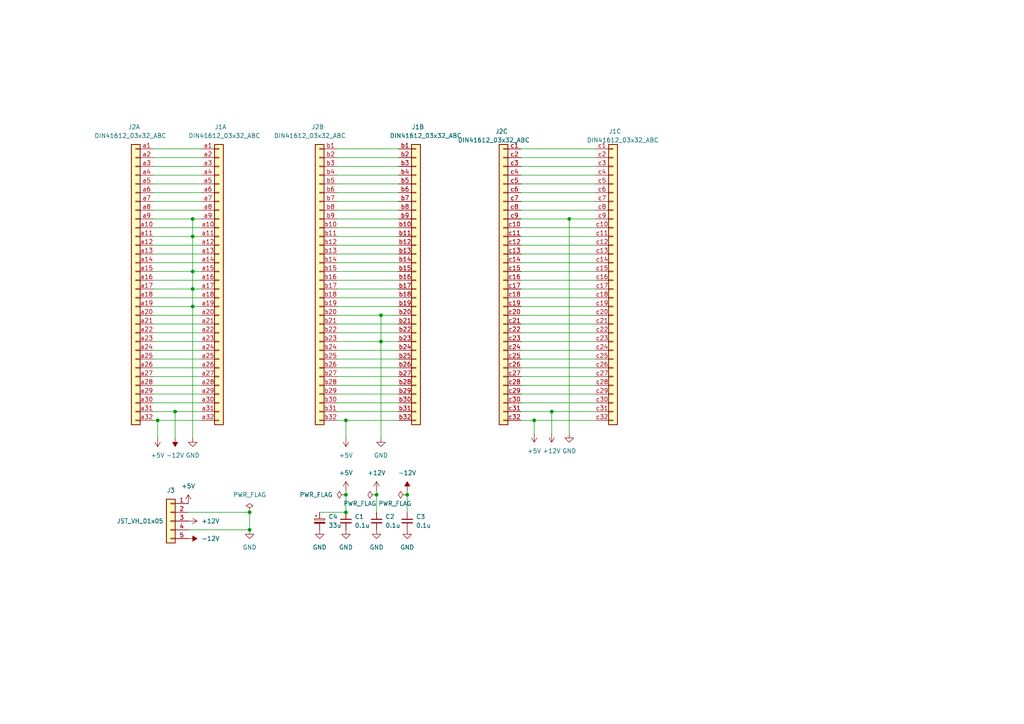
<source format=kicad_sch>
(kicad_sch (version 20230121) (generator eeschema)

  (uuid 2a831e49-d513-4644-bc58-eb2643373f19)

  (paper "A4")

  (title_block
    (title "VMEBus Power board")
    (date "2023-07-20")
    (rev "0.0")
    (company "kanpapa.com")
    (comment 1 "for DVME CPU2 CP-010")
  )

  (lib_symbols
    (symbol "Connector_Generic:Conn_01x05" (pin_names (offset 1.016) hide) (in_bom yes) (on_board yes)
      (property "Reference" "J" (at 0 7.62 0)
        (effects (font (size 1.27 1.27)))
      )
      (property "Value" "Conn_01x05" (at 0 -7.62 0)
        (effects (font (size 1.27 1.27)))
      )
      (property "Footprint" "" (at 0 0 0)
        (effects (font (size 1.27 1.27)) hide)
      )
      (property "Datasheet" "~" (at 0 0 0)
        (effects (font (size 1.27 1.27)) hide)
      )
      (property "ki_keywords" "connector" (at 0 0 0)
        (effects (font (size 1.27 1.27)) hide)
      )
      (property "ki_description" "Generic connector, single row, 01x05, script generated (kicad-library-utils/schlib/autogen/connector/)" (at 0 0 0)
        (effects (font (size 1.27 1.27)) hide)
      )
      (property "ki_fp_filters" "Connector*:*_1x??_*" (at 0 0 0)
        (effects (font (size 1.27 1.27)) hide)
      )
      (symbol "Conn_01x05_1_1"
        (rectangle (start -1.27 -4.953) (end 0 -5.207)
          (stroke (width 0.1524) (type default))
          (fill (type none))
        )
        (rectangle (start -1.27 -2.413) (end 0 -2.667)
          (stroke (width 0.1524) (type default))
          (fill (type none))
        )
        (rectangle (start -1.27 0.127) (end 0 -0.127)
          (stroke (width 0.1524) (type default))
          (fill (type none))
        )
        (rectangle (start -1.27 2.667) (end 0 2.413)
          (stroke (width 0.1524) (type default))
          (fill (type none))
        )
        (rectangle (start -1.27 5.207) (end 0 4.953)
          (stroke (width 0.1524) (type default))
          (fill (type none))
        )
        (rectangle (start -1.27 6.35) (end 1.27 -6.35)
          (stroke (width 0.254) (type default))
          (fill (type background))
        )
        (pin passive line (at -5.08 5.08 0) (length 3.81)
          (name "Pin_1" (effects (font (size 1.27 1.27))))
          (number "1" (effects (font (size 1.27 1.27))))
        )
        (pin passive line (at -5.08 2.54 0) (length 3.81)
          (name "Pin_2" (effects (font (size 1.27 1.27))))
          (number "2" (effects (font (size 1.27 1.27))))
        )
        (pin passive line (at -5.08 0 0) (length 3.81)
          (name "Pin_3" (effects (font (size 1.27 1.27))))
          (number "3" (effects (font (size 1.27 1.27))))
        )
        (pin passive line (at -5.08 -2.54 0) (length 3.81)
          (name "Pin_4" (effects (font (size 1.27 1.27))))
          (number "4" (effects (font (size 1.27 1.27))))
        )
        (pin passive line (at -5.08 -5.08 0) (length 3.81)
          (name "Pin_5" (effects (font (size 1.27 1.27))))
          (number "5" (effects (font (size 1.27 1.27))))
        )
      )
    )
    (symbol "Device:C_Polarized_Small" (pin_numbers hide) (pin_names (offset 0.254) hide) (in_bom yes) (on_board yes)
      (property "Reference" "C" (at 0.254 1.778 0)
        (effects (font (size 1.27 1.27)) (justify left))
      )
      (property "Value" "C_Polarized_Small" (at 0.254 -2.032 0)
        (effects (font (size 1.27 1.27)) (justify left))
      )
      (property "Footprint" "" (at 0 0 0)
        (effects (font (size 1.27 1.27)) hide)
      )
      (property "Datasheet" "~" (at 0 0 0)
        (effects (font (size 1.27 1.27)) hide)
      )
      (property "ki_keywords" "cap capacitor" (at 0 0 0)
        (effects (font (size 1.27 1.27)) hide)
      )
      (property "ki_description" "Polarized capacitor, small symbol" (at 0 0 0)
        (effects (font (size 1.27 1.27)) hide)
      )
      (property "ki_fp_filters" "CP_*" (at 0 0 0)
        (effects (font (size 1.27 1.27)) hide)
      )
      (symbol "C_Polarized_Small_0_1"
        (rectangle (start -1.524 -0.3048) (end 1.524 -0.6858)
          (stroke (width 0) (type default))
          (fill (type outline))
        )
        (rectangle (start -1.524 0.6858) (end 1.524 0.3048)
          (stroke (width 0) (type default))
          (fill (type none))
        )
        (polyline
          (pts
            (xy -1.27 1.524)
            (xy -0.762 1.524)
          )
          (stroke (width 0) (type default))
          (fill (type none))
        )
        (polyline
          (pts
            (xy -1.016 1.27)
            (xy -1.016 1.778)
          )
          (stroke (width 0) (type default))
          (fill (type none))
        )
      )
      (symbol "C_Polarized_Small_1_1"
        (pin passive line (at 0 2.54 270) (length 1.8542)
          (name "~" (effects (font (size 1.27 1.27))))
          (number "1" (effects (font (size 1.27 1.27))))
        )
        (pin passive line (at 0 -2.54 90) (length 1.8542)
          (name "~" (effects (font (size 1.27 1.27))))
          (number "2" (effects (font (size 1.27 1.27))))
        )
      )
    )
    (symbol "Device:C_Small" (pin_numbers hide) (pin_names (offset 0.254) hide) (in_bom yes) (on_board yes)
      (property "Reference" "C" (at 0.254 1.778 0)
        (effects (font (size 1.27 1.27)) (justify left))
      )
      (property "Value" "C_Small" (at 0.254 -2.032 0)
        (effects (font (size 1.27 1.27)) (justify left))
      )
      (property "Footprint" "" (at 0 0 0)
        (effects (font (size 1.27 1.27)) hide)
      )
      (property "Datasheet" "~" (at 0 0 0)
        (effects (font (size 1.27 1.27)) hide)
      )
      (property "ki_keywords" "capacitor cap" (at 0 0 0)
        (effects (font (size 1.27 1.27)) hide)
      )
      (property "ki_description" "Unpolarized capacitor, small symbol" (at 0 0 0)
        (effects (font (size 1.27 1.27)) hide)
      )
      (property "ki_fp_filters" "C_*" (at 0 0 0)
        (effects (font (size 1.27 1.27)) hide)
      )
      (symbol "C_Small_0_1"
        (polyline
          (pts
            (xy -1.524 -0.508)
            (xy 1.524 -0.508)
          )
          (stroke (width 0.3302) (type default))
          (fill (type none))
        )
        (polyline
          (pts
            (xy -1.524 0.508)
            (xy 1.524 0.508)
          )
          (stroke (width 0.3048) (type default))
          (fill (type none))
        )
      )
      (symbol "C_Small_1_1"
        (pin passive line (at 0 2.54 270) (length 2.032)
          (name "~" (effects (font (size 1.27 1.27))))
          (number "1" (effects (font (size 1.27 1.27))))
        )
        (pin passive line (at 0 -2.54 90) (length 2.032)
          (name "~" (effects (font (size 1.27 1.27))))
          (number "2" (effects (font (size 1.27 1.27))))
        )
      )
    )
    (symbol "VME_Library:DIN41612_03x32_ABC" (pin_names (offset 1.016) hide) (in_bom yes) (on_board yes)
      (property "Reference" "J" (at 0 40.64 0)
        (effects (font (size 1.27 1.27)))
      )
      (property "Value" "DIN41612_03x32_ABC" (at 0 -43.18 0)
        (effects (font (size 1.27 1.27)))
      )
      (property "Footprint" "Connector_DIN:DIN41612_C_3x32_Male_Horizontal_THT" (at 0 0 0)
        (effects (font (size 1.27 1.27)) hide)
      )
      (property "Datasheet" "~" (at 0 0 0)
        (effects (font (size 1.27 1.27)) hide)
      )
      (property "ki_keywords" "connector" (at 0 0 0)
        (effects (font (size 1.27 1.27)) hide)
      )
      (property "ki_description" "DIN41612 connector, single row (A), 01x32, script generated (kicad-library-utils/schlib/autogen/connector/)" (at 0 0 0)
        (effects (font (size 1.27 1.27)) hide)
      )
      (property "ki_fp_filters" "DIN41612*1x*" (at 0 0 0)
        (effects (font (size 1.27 1.27)) hide)
      )
      (symbol "DIN41612_03x32_ABC_1_1"
        (rectangle (start -1.27 -40.513) (end 0 -40.767)
          (stroke (width 0.1524) (type default))
          (fill (type none))
        )
        (rectangle (start -1.27 -37.973) (end 0 -38.227)
          (stroke (width 0.1524) (type default))
          (fill (type none))
        )
        (rectangle (start -1.27 -35.433) (end 0 -35.687)
          (stroke (width 0.1524) (type default))
          (fill (type none))
        )
        (rectangle (start -1.27 -32.893) (end 0 -33.147)
          (stroke (width 0.1524) (type default))
          (fill (type none))
        )
        (rectangle (start -1.27 -30.353) (end 0 -30.607)
          (stroke (width 0.1524) (type default))
          (fill (type none))
        )
        (rectangle (start -1.27 -27.813) (end 0 -28.067)
          (stroke (width 0.1524) (type default))
          (fill (type none))
        )
        (rectangle (start -1.27 -25.273) (end 0 -25.527)
          (stroke (width 0.1524) (type default))
          (fill (type none))
        )
        (rectangle (start -1.27 -22.733) (end 0 -22.987)
          (stroke (width 0.1524) (type default))
          (fill (type none))
        )
        (rectangle (start -1.27 -20.193) (end 0 -20.447)
          (stroke (width 0.1524) (type default))
          (fill (type none))
        )
        (rectangle (start -1.27 -17.653) (end 0 -17.907)
          (stroke (width 0.1524) (type default))
          (fill (type none))
        )
        (rectangle (start -1.27 -15.113) (end 0 -15.367)
          (stroke (width 0.1524) (type default))
          (fill (type none))
        )
        (rectangle (start -1.27 -12.573) (end 0 -12.827)
          (stroke (width 0.1524) (type default))
          (fill (type none))
        )
        (rectangle (start -1.27 -10.033) (end 0 -10.287)
          (stroke (width 0.1524) (type default))
          (fill (type none))
        )
        (rectangle (start -1.27 -7.493) (end 0 -7.747)
          (stroke (width 0.1524) (type default))
          (fill (type none))
        )
        (rectangle (start -1.27 -4.953) (end 0 -5.207)
          (stroke (width 0.1524) (type default))
          (fill (type none))
        )
        (rectangle (start -1.27 -2.413) (end 0 -2.667)
          (stroke (width 0.1524) (type default))
          (fill (type none))
        )
        (rectangle (start -1.27 0.127) (end 0 -0.127)
          (stroke (width 0.1524) (type default))
          (fill (type none))
        )
        (rectangle (start -1.27 2.667) (end 0 2.413)
          (stroke (width 0.1524) (type default))
          (fill (type none))
        )
        (rectangle (start -1.27 5.207) (end 0 4.953)
          (stroke (width 0.1524) (type default))
          (fill (type none))
        )
        (rectangle (start -1.27 7.747) (end 0 7.493)
          (stroke (width 0.1524) (type default))
          (fill (type none))
        )
        (rectangle (start -1.27 10.287) (end 0 10.033)
          (stroke (width 0.1524) (type default))
          (fill (type none))
        )
        (rectangle (start -1.27 12.827) (end 0 12.573)
          (stroke (width 0.1524) (type default))
          (fill (type none))
        )
        (rectangle (start -1.27 15.367) (end 0 15.113)
          (stroke (width 0.1524) (type default))
          (fill (type none))
        )
        (rectangle (start -1.27 17.907) (end 0 17.653)
          (stroke (width 0.1524) (type default))
          (fill (type none))
        )
        (rectangle (start -1.27 20.447) (end 0 20.193)
          (stroke (width 0.1524) (type default))
          (fill (type none))
        )
        (rectangle (start -1.27 22.987) (end 0 22.733)
          (stroke (width 0.1524) (type default))
          (fill (type none))
        )
        (rectangle (start -1.27 25.527) (end 0 25.273)
          (stroke (width 0.1524) (type default))
          (fill (type none))
        )
        (rectangle (start -1.27 28.067) (end 0 27.813)
          (stroke (width 0.1524) (type default))
          (fill (type none))
        )
        (rectangle (start -1.27 30.607) (end 0 30.353)
          (stroke (width 0.1524) (type default))
          (fill (type none))
        )
        (rectangle (start -1.27 33.147) (end 0 32.893)
          (stroke (width 0.1524) (type default))
          (fill (type none))
        )
        (rectangle (start -1.27 35.687) (end 0 35.433)
          (stroke (width 0.1524) (type default))
          (fill (type none))
        )
        (rectangle (start -1.27 38.227) (end 0 37.973)
          (stroke (width 0.1524) (type default))
          (fill (type none))
        )
        (rectangle (start -1.27 39.37) (end 1.27 -41.91)
          (stroke (width 0.254) (type default))
          (fill (type background))
        )
        (pin passive line (at -5.08 38.1 0) (length 3.81)
          (name "Pin_a1" (effects (font (size 1.27 1.27))))
          (number "a1" (effects (font (size 1.27 1.27))))
        )
        (pin passive line (at -5.08 15.24 0) (length 3.81)
          (name "Pin_a10" (effects (font (size 1.27 1.27))))
          (number "a10" (effects (font (size 1.27 1.27))))
        )
        (pin passive line (at -5.08 12.7 0) (length 3.81)
          (name "Pin_a11" (effects (font (size 1.27 1.27))))
          (number "a11" (effects (font (size 1.27 1.27))))
        )
        (pin passive line (at -5.08 10.16 0) (length 3.81)
          (name "Pin_a12" (effects (font (size 1.27 1.27))))
          (number "a12" (effects (font (size 1.27 1.27))))
        )
        (pin passive line (at -5.08 7.62 0) (length 3.81)
          (name "Pin_a13" (effects (font (size 1.27 1.27))))
          (number "a13" (effects (font (size 1.27 1.27))))
        )
        (pin passive line (at -5.08 5.08 0) (length 3.81)
          (name "Pin_a14" (effects (font (size 1.27 1.27))))
          (number "a14" (effects (font (size 1.27 1.27))))
        )
        (pin passive line (at -5.08 2.54 0) (length 3.81)
          (name "Pin_a15" (effects (font (size 1.27 1.27))))
          (number "a15" (effects (font (size 1.27 1.27))))
        )
        (pin passive line (at -5.08 0 0) (length 3.81)
          (name "Pin_a16" (effects (font (size 1.27 1.27))))
          (number "a16" (effects (font (size 1.27 1.27))))
        )
        (pin passive line (at -5.08 -2.54 0) (length 3.81)
          (name "Pin_a17" (effects (font (size 1.27 1.27))))
          (number "a17" (effects (font (size 1.27 1.27))))
        )
        (pin passive line (at -5.08 -5.08 0) (length 3.81)
          (name "Pin_a18" (effects (font (size 1.27 1.27))))
          (number "a18" (effects (font (size 1.27 1.27))))
        )
        (pin passive line (at -5.08 -7.62 0) (length 3.81)
          (name "Pin_a19" (effects (font (size 1.27 1.27))))
          (number "a19" (effects (font (size 1.27 1.27))))
        )
        (pin passive line (at -5.08 35.56 0) (length 3.81)
          (name "Pin_a2" (effects (font (size 1.27 1.27))))
          (number "a2" (effects (font (size 1.27 1.27))))
        )
        (pin passive line (at -5.08 -10.16 0) (length 3.81)
          (name "Pin_a20" (effects (font (size 1.27 1.27))))
          (number "a20" (effects (font (size 1.27 1.27))))
        )
        (pin passive line (at -5.08 -12.7 0) (length 3.81)
          (name "Pin_a21" (effects (font (size 1.27 1.27))))
          (number "a21" (effects (font (size 1.27 1.27))))
        )
        (pin passive line (at -5.08 -15.24 0) (length 3.81)
          (name "Pin_a22" (effects (font (size 1.27 1.27))))
          (number "a22" (effects (font (size 1.27 1.27))))
        )
        (pin passive line (at -5.08 -17.78 0) (length 3.81)
          (name "Pin_a23" (effects (font (size 1.27 1.27))))
          (number "a23" (effects (font (size 1.27 1.27))))
        )
        (pin passive line (at -5.08 -20.32 0) (length 3.81)
          (name "Pin_a24" (effects (font (size 1.27 1.27))))
          (number "a24" (effects (font (size 1.27 1.27))))
        )
        (pin passive line (at -5.08 -22.86 0) (length 3.81)
          (name "Pin_a25" (effects (font (size 1.27 1.27))))
          (number "a25" (effects (font (size 1.27 1.27))))
        )
        (pin passive line (at -5.08 -25.4 0) (length 3.81)
          (name "Pin_a26" (effects (font (size 1.27 1.27))))
          (number "a26" (effects (font (size 1.27 1.27))))
        )
        (pin passive line (at -5.08 -27.94 0) (length 3.81)
          (name "Pin_a27" (effects (font (size 1.27 1.27))))
          (number "a27" (effects (font (size 1.27 1.27))))
        )
        (pin passive line (at -5.08 -30.48 0) (length 3.81)
          (name "Pin_a28" (effects (font (size 1.27 1.27))))
          (number "a28" (effects (font (size 1.27 1.27))))
        )
        (pin passive line (at -5.08 -33.02 0) (length 3.81)
          (name "Pin_a29" (effects (font (size 1.27 1.27))))
          (number "a29" (effects (font (size 1.27 1.27))))
        )
        (pin passive line (at -5.08 33.02 0) (length 3.81)
          (name "Pin_a3" (effects (font (size 1.27 1.27))))
          (number "a3" (effects (font (size 1.27 1.27))))
        )
        (pin passive line (at -5.08 -35.56 0) (length 3.81)
          (name "Pin_a30" (effects (font (size 1.27 1.27))))
          (number "a30" (effects (font (size 1.27 1.27))))
        )
        (pin passive line (at -5.08 -38.1 0) (length 3.81)
          (name "Pin_a31" (effects (font (size 1.27 1.27))))
          (number "a31" (effects (font (size 1.27 1.27))))
        )
        (pin passive line (at -5.08 -40.64 0) (length 3.81)
          (name "Pin_a32" (effects (font (size 1.27 1.27))))
          (number "a32" (effects (font (size 1.27 1.27))))
        )
        (pin passive line (at -5.08 30.48 0) (length 3.81)
          (name "Pin_a4" (effects (font (size 1.27 1.27))))
          (number "a4" (effects (font (size 1.27 1.27))))
        )
        (pin passive line (at -5.08 27.94 0) (length 3.81)
          (name "Pin_a5" (effects (font (size 1.27 1.27))))
          (number "a5" (effects (font (size 1.27 1.27))))
        )
        (pin passive line (at -5.08 25.4 0) (length 3.81)
          (name "Pin_a6" (effects (font (size 1.27 1.27))))
          (number "a6" (effects (font (size 1.27 1.27))))
        )
        (pin passive line (at -5.08 22.86 0) (length 3.81)
          (name "Pin_a7" (effects (font (size 1.27 1.27))))
          (number "a7" (effects (font (size 1.27 1.27))))
        )
        (pin passive line (at -5.08 20.32 0) (length 3.81)
          (name "Pin_a8" (effects (font (size 1.27 1.27))))
          (number "a8" (effects (font (size 1.27 1.27))))
        )
        (pin passive line (at -5.08 17.78 0) (length 3.81)
          (name "Pin_a9" (effects (font (size 1.27 1.27))))
          (number "a9" (effects (font (size 1.27 1.27))))
        )
      )
      (symbol "DIN41612_03x32_ABC_2_1"
        (rectangle (start -1.27 -40.513) (end 0 -40.767)
          (stroke (width 0.1524) (type default))
          (fill (type none))
        )
        (rectangle (start -1.27 -37.973) (end 0 -38.227)
          (stroke (width 0.1524) (type default))
          (fill (type none))
        )
        (rectangle (start -1.27 -35.433) (end 0 -35.687)
          (stroke (width 0.1524) (type default))
          (fill (type none))
        )
        (rectangle (start -1.27 -32.893) (end 0 -33.147)
          (stroke (width 0.1524) (type default))
          (fill (type none))
        )
        (rectangle (start -1.27 -30.353) (end 0 -30.607)
          (stroke (width 0.1524) (type default))
          (fill (type none))
        )
        (rectangle (start -1.27 -27.813) (end 0 -28.067)
          (stroke (width 0.1524) (type default))
          (fill (type none))
        )
        (rectangle (start -1.27 -25.273) (end 0 -25.527)
          (stroke (width 0.1524) (type default))
          (fill (type none))
        )
        (rectangle (start -1.27 -22.733) (end 0 -22.987)
          (stroke (width 0.1524) (type default))
          (fill (type none))
        )
        (rectangle (start -1.27 -20.193) (end 0 -20.447)
          (stroke (width 0.1524) (type default))
          (fill (type none))
        )
        (rectangle (start -1.27 -17.653) (end 0 -17.907)
          (stroke (width 0.1524) (type default))
          (fill (type none))
        )
        (rectangle (start -1.27 -15.113) (end 0 -15.367)
          (stroke (width 0.1524) (type default))
          (fill (type none))
        )
        (rectangle (start -1.27 -12.573) (end 0 -12.827)
          (stroke (width 0.1524) (type default))
          (fill (type none))
        )
        (rectangle (start -1.27 -10.033) (end 0 -10.287)
          (stroke (width 0.1524) (type default))
          (fill (type none))
        )
        (rectangle (start -1.27 -7.493) (end 0 -7.747)
          (stroke (width 0.1524) (type default))
          (fill (type none))
        )
        (rectangle (start -1.27 -4.953) (end 0 -5.207)
          (stroke (width 0.1524) (type default))
          (fill (type none))
        )
        (rectangle (start -1.27 -2.413) (end 0 -2.667)
          (stroke (width 0.1524) (type default))
          (fill (type none))
        )
        (rectangle (start -1.27 0.127) (end 0 -0.127)
          (stroke (width 0.1524) (type default))
          (fill (type none))
        )
        (rectangle (start -1.27 2.667) (end 0 2.413)
          (stroke (width 0.1524) (type default))
          (fill (type none))
        )
        (rectangle (start -1.27 5.207) (end 0 4.953)
          (stroke (width 0.1524) (type default))
          (fill (type none))
        )
        (rectangle (start -1.27 7.747) (end 0 7.493)
          (stroke (width 0.1524) (type default))
          (fill (type none))
        )
        (rectangle (start -1.27 10.287) (end 0 10.033)
          (stroke (width 0.1524) (type default))
          (fill (type none))
        )
        (rectangle (start -1.27 12.827) (end 0 12.573)
          (stroke (width 0.1524) (type default))
          (fill (type none))
        )
        (rectangle (start -1.27 15.367) (end 0 15.113)
          (stroke (width 0.1524) (type default))
          (fill (type none))
        )
        (rectangle (start -1.27 17.907) (end 0 17.653)
          (stroke (width 0.1524) (type default))
          (fill (type none))
        )
        (rectangle (start -1.27 20.447) (end 0 20.193)
          (stroke (width 0.1524) (type default))
          (fill (type none))
        )
        (rectangle (start -1.27 22.987) (end 0 22.733)
          (stroke (width 0.1524) (type default))
          (fill (type none))
        )
        (rectangle (start -1.27 25.527) (end 0 25.273)
          (stroke (width 0.1524) (type default))
          (fill (type none))
        )
        (rectangle (start -1.27 28.067) (end 0 27.813)
          (stroke (width 0.1524) (type default))
          (fill (type none))
        )
        (rectangle (start -1.27 30.607) (end 0 30.353)
          (stroke (width 0.1524) (type default))
          (fill (type none))
        )
        (rectangle (start -1.27 33.147) (end 0 32.893)
          (stroke (width 0.1524) (type default))
          (fill (type none))
        )
        (rectangle (start -1.27 35.687) (end 0 35.433)
          (stroke (width 0.1524) (type default))
          (fill (type none))
        )
        (rectangle (start -1.27 38.227) (end 0 37.973)
          (stroke (width 0.1524) (type default))
          (fill (type none))
        )
        (rectangle (start -1.27 39.37) (end 1.27 -41.91)
          (stroke (width 0.254) (type default))
          (fill (type background))
        )
        (pin passive line (at -5.08 38.1 0) (length 3.81)
          (name "Pin_b1" (effects (font (size 1.27 1.27))))
          (number "b1" (effects (font (size 1.27 1.27))))
        )
        (pin passive line (at -5.08 15.24 0) (length 3.81)
          (name "Pin_b10" (effects (font (size 1.27 1.27))))
          (number "b10" (effects (font (size 1.27 1.27))))
        )
        (pin passive line (at -5.08 12.7 0) (length 3.81)
          (name "Pin_b11" (effects (font (size 1.27 1.27))))
          (number "b11" (effects (font (size 1.27 1.27))))
        )
        (pin passive line (at -5.08 10.16 0) (length 3.81)
          (name "Pin_b12" (effects (font (size 1.27 1.27))))
          (number "b12" (effects (font (size 1.27 1.27))))
        )
        (pin passive line (at -5.08 7.62 0) (length 3.81)
          (name "Pin_b13" (effects (font (size 1.27 1.27))))
          (number "b13" (effects (font (size 1.27 1.27))))
        )
        (pin passive line (at -5.08 5.08 0) (length 3.81)
          (name "Pin_b14" (effects (font (size 1.27 1.27))))
          (number "b14" (effects (font (size 1.27 1.27))))
        )
        (pin passive line (at -5.08 2.54 0) (length 3.81)
          (name "Pin_b15" (effects (font (size 1.27 1.27))))
          (number "b15" (effects (font (size 1.27 1.27))))
        )
        (pin passive line (at -5.08 0 0) (length 3.81)
          (name "Pin_b16" (effects (font (size 1.27 1.27))))
          (number "b16" (effects (font (size 1.27 1.27))))
        )
        (pin passive line (at -5.08 -2.54 0) (length 3.81)
          (name "Pin_b17" (effects (font (size 1.27 1.27))))
          (number "b17" (effects (font (size 1.27 1.27))))
        )
        (pin passive line (at -5.08 -5.08 0) (length 3.81)
          (name "Pin_b18" (effects (font (size 1.27 1.27))))
          (number "b18" (effects (font (size 1.27 1.27))))
        )
        (pin passive line (at -5.08 -7.62 0) (length 3.81)
          (name "Pin_b19" (effects (font (size 1.27 1.27))))
          (number "b19" (effects (font (size 1.27 1.27))))
        )
        (pin passive line (at -5.08 35.56 0) (length 3.81)
          (name "Pin_b2" (effects (font (size 1.27 1.27))))
          (number "b2" (effects (font (size 1.27 1.27))))
        )
        (pin passive line (at -5.08 -10.16 0) (length 3.81)
          (name "Pin_b20" (effects (font (size 1.27 1.27))))
          (number "b20" (effects (font (size 1.27 1.27))))
        )
        (pin passive line (at -5.08 -12.7 0) (length 3.81)
          (name "Pin_b21" (effects (font (size 1.27 1.27))))
          (number "b21" (effects (font (size 1.27 1.27))))
        )
        (pin passive line (at -5.08 -15.24 0) (length 3.81)
          (name "Pin_b22" (effects (font (size 1.27 1.27))))
          (number "b22" (effects (font (size 1.27 1.27))))
        )
        (pin passive line (at -5.08 -17.78 0) (length 3.81)
          (name "Pin_b23" (effects (font (size 1.27 1.27))))
          (number "b23" (effects (font (size 1.27 1.27))))
        )
        (pin passive line (at -5.08 -20.32 0) (length 3.81)
          (name "Pin_b24" (effects (font (size 1.27 1.27))))
          (number "b24" (effects (font (size 1.27 1.27))))
        )
        (pin passive line (at -5.08 -22.86 0) (length 3.81)
          (name "Pin_b25" (effects (font (size 1.27 1.27))))
          (number "b25" (effects (font (size 1.27 1.27))))
        )
        (pin passive line (at -5.08 -25.4 0) (length 3.81)
          (name "Pin_b26" (effects (font (size 1.27 1.27))))
          (number "b26" (effects (font (size 1.27 1.27))))
        )
        (pin passive line (at -5.08 -27.94 0) (length 3.81)
          (name "Pin_b27" (effects (font (size 1.27 1.27))))
          (number "b27" (effects (font (size 1.27 1.27))))
        )
        (pin passive line (at -5.08 -30.48 0) (length 3.81)
          (name "Pin_b28" (effects (font (size 1.27 1.27))))
          (number "b28" (effects (font (size 1.27 1.27))))
        )
        (pin passive line (at -5.08 -33.02 0) (length 3.81)
          (name "Pin_b29" (effects (font (size 1.27 1.27))))
          (number "b29" (effects (font (size 1.27 1.27))))
        )
        (pin passive line (at -5.08 33.02 0) (length 3.81)
          (name "Pin_b3" (effects (font (size 1.27 1.27))))
          (number "b3" (effects (font (size 1.27 1.27))))
        )
        (pin passive line (at -5.08 -35.56 0) (length 3.81)
          (name "Pin_b30" (effects (font (size 1.27 1.27))))
          (number "b30" (effects (font (size 1.27 1.27))))
        )
        (pin passive line (at -5.08 -38.1 0) (length 3.81)
          (name "Pin_b31" (effects (font (size 1.27 1.27))))
          (number "b31" (effects (font (size 1.27 1.27))))
        )
        (pin passive line (at -5.08 -40.64 0) (length 3.81)
          (name "Pin_b32" (effects (font (size 1.27 1.27))))
          (number "b32" (effects (font (size 1.27 1.27))))
        )
        (pin passive line (at -5.08 30.48 0) (length 3.81)
          (name "Pin_b4" (effects (font (size 1.27 1.27))))
          (number "b4" (effects (font (size 1.27 1.27))))
        )
        (pin passive line (at -5.08 27.94 0) (length 3.81)
          (name "Pin_b5" (effects (font (size 1.27 1.27))))
          (number "b5" (effects (font (size 1.27 1.27))))
        )
        (pin passive line (at -5.08 25.4 0) (length 3.81)
          (name "Pin_b6" (effects (font (size 1.27 1.27))))
          (number "b6" (effects (font (size 1.27 1.27))))
        )
        (pin passive line (at -5.08 22.86 0) (length 3.81)
          (name "Pin_b7" (effects (font (size 1.27 1.27))))
          (number "b7" (effects (font (size 1.27 1.27))))
        )
        (pin passive line (at -5.08 20.32 0) (length 3.81)
          (name "Pin_b8" (effects (font (size 1.27 1.27))))
          (number "b8" (effects (font (size 1.27 1.27))))
        )
        (pin passive line (at -5.08 17.78 0) (length 3.81)
          (name "Pin_b9" (effects (font (size 1.27 1.27))))
          (number "b9" (effects (font (size 1.27 1.27))))
        )
      )
      (symbol "DIN41612_03x32_ABC_3_1"
        (rectangle (start -1.27 -40.513) (end 0 -40.767)
          (stroke (width 0.1524) (type default))
          (fill (type none))
        )
        (rectangle (start -1.27 -37.973) (end 0 -38.227)
          (stroke (width 0.1524) (type default))
          (fill (type none))
        )
        (rectangle (start -1.27 -35.433) (end 0 -35.687)
          (stroke (width 0.1524) (type default))
          (fill (type none))
        )
        (rectangle (start -1.27 -32.893) (end 0 -33.147)
          (stroke (width 0.1524) (type default))
          (fill (type none))
        )
        (rectangle (start -1.27 -30.353) (end 0 -30.607)
          (stroke (width 0.1524) (type default))
          (fill (type none))
        )
        (rectangle (start -1.27 -27.813) (end 0 -28.067)
          (stroke (width 0.1524) (type default))
          (fill (type none))
        )
        (rectangle (start -1.27 -25.273) (end 0 -25.527)
          (stroke (width 0.1524) (type default))
          (fill (type none))
        )
        (rectangle (start -1.27 -22.733) (end 0 -22.987)
          (stroke (width 0.1524) (type default))
          (fill (type none))
        )
        (rectangle (start -1.27 -20.193) (end 0 -20.447)
          (stroke (width 0.1524) (type default))
          (fill (type none))
        )
        (rectangle (start -1.27 -17.653) (end 0 -17.907)
          (stroke (width 0.1524) (type default))
          (fill (type none))
        )
        (rectangle (start -1.27 -15.113) (end 0 -15.367)
          (stroke (width 0.1524) (type default))
          (fill (type none))
        )
        (rectangle (start -1.27 -12.573) (end 0 -12.827)
          (stroke (width 0.1524) (type default))
          (fill (type none))
        )
        (rectangle (start -1.27 -10.033) (end 0 -10.287)
          (stroke (width 0.1524) (type default))
          (fill (type none))
        )
        (rectangle (start -1.27 -7.493) (end 0 -7.747)
          (stroke (width 0.1524) (type default))
          (fill (type none))
        )
        (rectangle (start -1.27 -4.953) (end 0 -5.207)
          (stroke (width 0.1524) (type default))
          (fill (type none))
        )
        (rectangle (start -1.27 -2.413) (end 0 -2.667)
          (stroke (width 0.1524) (type default))
          (fill (type none))
        )
        (rectangle (start -1.27 0.127) (end 0 -0.127)
          (stroke (width 0.1524) (type default))
          (fill (type none))
        )
        (rectangle (start -1.27 2.667) (end 0 2.413)
          (stroke (width 0.1524) (type default))
          (fill (type none))
        )
        (rectangle (start -1.27 5.207) (end 0 4.953)
          (stroke (width 0.1524) (type default))
          (fill (type none))
        )
        (rectangle (start -1.27 7.747) (end 0 7.493)
          (stroke (width 0.1524) (type default))
          (fill (type none))
        )
        (rectangle (start -1.27 10.287) (end 0 10.033)
          (stroke (width 0.1524) (type default))
          (fill (type none))
        )
        (rectangle (start -1.27 12.827) (end 0 12.573)
          (stroke (width 0.1524) (type default))
          (fill (type none))
        )
        (rectangle (start -1.27 15.367) (end 0 15.113)
          (stroke (width 0.1524) (type default))
          (fill (type none))
        )
        (rectangle (start -1.27 17.907) (end 0 17.653)
          (stroke (width 0.1524) (type default))
          (fill (type none))
        )
        (rectangle (start -1.27 20.447) (end 0 20.193)
          (stroke (width 0.1524) (type default))
          (fill (type none))
        )
        (rectangle (start -1.27 22.987) (end 0 22.733)
          (stroke (width 0.1524) (type default))
          (fill (type none))
        )
        (rectangle (start -1.27 25.527) (end 0 25.273)
          (stroke (width 0.1524) (type default))
          (fill (type none))
        )
        (rectangle (start -1.27 28.067) (end 0 27.813)
          (stroke (width 0.1524) (type default))
          (fill (type none))
        )
        (rectangle (start -1.27 30.607) (end 0 30.353)
          (stroke (width 0.1524) (type default))
          (fill (type none))
        )
        (rectangle (start -1.27 33.147) (end 0 32.893)
          (stroke (width 0.1524) (type default))
          (fill (type none))
        )
        (rectangle (start -1.27 35.687) (end 0 35.433)
          (stroke (width 0.1524) (type default))
          (fill (type none))
        )
        (rectangle (start -1.27 38.227) (end 0 37.973)
          (stroke (width 0.1524) (type default))
          (fill (type none))
        )
        (rectangle (start -1.27 39.37) (end 1.27 -41.91)
          (stroke (width 0.254) (type default))
          (fill (type background))
        )
        (pin passive line (at -5.08 38.1 0) (length 3.81)
          (name "Pin_c1" (effects (font (size 1.27 1.27))))
          (number "c1" (effects (font (size 1.27 1.27))))
        )
        (pin passive line (at -5.08 15.24 0) (length 3.81)
          (name "Pin_c10" (effects (font (size 1.27 1.27))))
          (number "c10" (effects (font (size 1.27 1.27))))
        )
        (pin passive line (at -5.08 12.7 0) (length 3.81)
          (name "Pin_c11" (effects (font (size 1.27 1.27))))
          (number "c11" (effects (font (size 1.27 1.27))))
        )
        (pin passive line (at -5.08 10.16 0) (length 3.81)
          (name "Pin_c12" (effects (font (size 1.27 1.27))))
          (number "c12" (effects (font (size 1.27 1.27))))
        )
        (pin passive line (at -5.08 7.62 0) (length 3.81)
          (name "Pin_c13" (effects (font (size 1.27 1.27))))
          (number "c13" (effects (font (size 1.27 1.27))))
        )
        (pin passive line (at -5.08 5.08 0) (length 3.81)
          (name "Pin_c14" (effects (font (size 1.27 1.27))))
          (number "c14" (effects (font (size 1.27 1.27))))
        )
        (pin passive line (at -5.08 2.54 0) (length 3.81)
          (name "Pin_c15" (effects (font (size 1.27 1.27))))
          (number "c15" (effects (font (size 1.27 1.27))))
        )
        (pin passive line (at -5.08 0 0) (length 3.81)
          (name "Pin_c16" (effects (font (size 1.27 1.27))))
          (number "c16" (effects (font (size 1.27 1.27))))
        )
        (pin passive line (at -5.08 -2.54 0) (length 3.81)
          (name "Pin_c17" (effects (font (size 1.27 1.27))))
          (number "c17" (effects (font (size 1.27 1.27))))
        )
        (pin passive line (at -5.08 -5.08 0) (length 3.81)
          (name "Pin_c18" (effects (font (size 1.27 1.27))))
          (number "c18" (effects (font (size 1.27 1.27))))
        )
        (pin passive line (at -5.08 -7.62 0) (length 3.81)
          (name "Pin_c19" (effects (font (size 1.27 1.27))))
          (number "c19" (effects (font (size 1.27 1.27))))
        )
        (pin passive line (at -5.08 35.56 0) (length 3.81)
          (name "Pin_c2" (effects (font (size 1.27 1.27))))
          (number "c2" (effects (font (size 1.27 1.27))))
        )
        (pin passive line (at -5.08 -10.16 0) (length 3.81)
          (name "Pin_c20" (effects (font (size 1.27 1.27))))
          (number "c20" (effects (font (size 1.27 1.27))))
        )
        (pin passive line (at -5.08 -12.7 0) (length 3.81)
          (name "Pin_c21" (effects (font (size 1.27 1.27))))
          (number "c21" (effects (font (size 1.27 1.27))))
        )
        (pin passive line (at -5.08 -15.24 0) (length 3.81)
          (name "Pin_c22" (effects (font (size 1.27 1.27))))
          (number "c22" (effects (font (size 1.27 1.27))))
        )
        (pin passive line (at -5.08 -17.78 0) (length 3.81)
          (name "Pin_c23" (effects (font (size 1.27 1.27))))
          (number "c23" (effects (font (size 1.27 1.27))))
        )
        (pin passive line (at -5.08 -20.32 0) (length 3.81)
          (name "Pin_c24" (effects (font (size 1.27 1.27))))
          (number "c24" (effects (font (size 1.27 1.27))))
        )
        (pin passive line (at -5.08 -22.86 0) (length 3.81)
          (name "Pin_c25" (effects (font (size 1.27 1.27))))
          (number "c25" (effects (font (size 1.27 1.27))))
        )
        (pin passive line (at -5.08 -25.4 0) (length 3.81)
          (name "Pin_c26" (effects (font (size 1.27 1.27))))
          (number "c26" (effects (font (size 1.27 1.27))))
        )
        (pin passive line (at -5.08 -27.94 0) (length 3.81)
          (name "Pin_c27" (effects (font (size 1.27 1.27))))
          (number "c27" (effects (font (size 1.27 1.27))))
        )
        (pin passive line (at -5.08 -30.48 0) (length 3.81)
          (name "Pin_c28" (effects (font (size 1.27 1.27))))
          (number "c28" (effects (font (size 1.27 1.27))))
        )
        (pin passive line (at -5.08 -33.02 0) (length 3.81)
          (name "Pin_c29" (effects (font (size 1.27 1.27))))
          (number "c29" (effects (font (size 1.27 1.27))))
        )
        (pin passive line (at -5.08 33.02 0) (length 3.81)
          (name "Pin_c3" (effects (font (size 1.27 1.27))))
          (number "c3" (effects (font (size 1.27 1.27))))
        )
        (pin passive line (at -5.08 -35.56 0) (length 3.81)
          (name "Pin_c30" (effects (font (size 1.27 1.27))))
          (number "c30" (effects (font (size 1.27 1.27))))
        )
        (pin passive line (at -5.08 -38.1 0) (length 3.81)
          (name "Pin_c31" (effects (font (size 1.27 1.27))))
          (number "c31" (effects (font (size 1.27 1.27))))
        )
        (pin passive line (at -5.08 -40.64 0) (length 3.81)
          (name "Pin_c32" (effects (font (size 1.27 1.27))))
          (number "c32" (effects (font (size 1.27 1.27))))
        )
        (pin passive line (at -5.08 30.48 0) (length 3.81)
          (name "Pin_c4" (effects (font (size 1.27 1.27))))
          (number "c4" (effects (font (size 1.27 1.27))))
        )
        (pin passive line (at -5.08 27.94 0) (length 3.81)
          (name "Pin_c5" (effects (font (size 1.27 1.27))))
          (number "c5" (effects (font (size 1.27 1.27))))
        )
        (pin passive line (at -5.08 25.4 0) (length 3.81)
          (name "Pin_c6" (effects (font (size 1.27 1.27))))
          (number "c6" (effects (font (size 1.27 1.27))))
        )
        (pin passive line (at -5.08 22.86 0) (length 3.81)
          (name "Pin_c7" (effects (font (size 1.27 1.27))))
          (number "c7" (effects (font (size 1.27 1.27))))
        )
        (pin passive line (at -5.08 20.32 0) (length 3.81)
          (name "Pin_c8" (effects (font (size 1.27 1.27))))
          (number "c8" (effects (font (size 1.27 1.27))))
        )
        (pin passive line (at -5.08 17.78 0) (length 3.81)
          (name "Pin_c9" (effects (font (size 1.27 1.27))))
          (number "c9" (effects (font (size 1.27 1.27))))
        )
      )
    )
    (symbol "power:+12V" (power) (pin_names (offset 0)) (in_bom yes) (on_board yes)
      (property "Reference" "#PWR" (at 0 -3.81 0)
        (effects (font (size 1.27 1.27)) hide)
      )
      (property "Value" "+12V" (at 0 3.556 0)
        (effects (font (size 1.27 1.27)))
      )
      (property "Footprint" "" (at 0 0 0)
        (effects (font (size 1.27 1.27)) hide)
      )
      (property "Datasheet" "" (at 0 0 0)
        (effects (font (size 1.27 1.27)) hide)
      )
      (property "ki_keywords" "global power" (at 0 0 0)
        (effects (font (size 1.27 1.27)) hide)
      )
      (property "ki_description" "Power symbol creates a global label with name \"+12V\"" (at 0 0 0)
        (effects (font (size 1.27 1.27)) hide)
      )
      (symbol "+12V_0_1"
        (polyline
          (pts
            (xy -0.762 1.27)
            (xy 0 2.54)
          )
          (stroke (width 0) (type default))
          (fill (type none))
        )
        (polyline
          (pts
            (xy 0 0)
            (xy 0 2.54)
          )
          (stroke (width 0) (type default))
          (fill (type none))
        )
        (polyline
          (pts
            (xy 0 2.54)
            (xy 0.762 1.27)
          )
          (stroke (width 0) (type default))
          (fill (type none))
        )
      )
      (symbol "+12V_1_1"
        (pin power_in line (at 0 0 90) (length 0) hide
          (name "+12V" (effects (font (size 1.27 1.27))))
          (number "1" (effects (font (size 1.27 1.27))))
        )
      )
    )
    (symbol "power:+5V" (power) (pin_names (offset 0)) (in_bom yes) (on_board yes)
      (property "Reference" "#PWR" (at 0 -3.81 0)
        (effects (font (size 1.27 1.27)) hide)
      )
      (property "Value" "+5V" (at 0 3.556 0)
        (effects (font (size 1.27 1.27)))
      )
      (property "Footprint" "" (at 0 0 0)
        (effects (font (size 1.27 1.27)) hide)
      )
      (property "Datasheet" "" (at 0 0 0)
        (effects (font (size 1.27 1.27)) hide)
      )
      (property "ki_keywords" "global power" (at 0 0 0)
        (effects (font (size 1.27 1.27)) hide)
      )
      (property "ki_description" "Power symbol creates a global label with name \"+5V\"" (at 0 0 0)
        (effects (font (size 1.27 1.27)) hide)
      )
      (symbol "+5V_0_1"
        (polyline
          (pts
            (xy -0.762 1.27)
            (xy 0 2.54)
          )
          (stroke (width 0) (type default))
          (fill (type none))
        )
        (polyline
          (pts
            (xy 0 0)
            (xy 0 2.54)
          )
          (stroke (width 0) (type default))
          (fill (type none))
        )
        (polyline
          (pts
            (xy 0 2.54)
            (xy 0.762 1.27)
          )
          (stroke (width 0) (type default))
          (fill (type none))
        )
      )
      (symbol "+5V_1_1"
        (pin power_in line (at 0 0 90) (length 0) hide
          (name "+5V" (effects (font (size 1.27 1.27))))
          (number "1" (effects (font (size 1.27 1.27))))
        )
      )
    )
    (symbol "power:-12V" (power) (pin_names (offset 0)) (in_bom yes) (on_board yes)
      (property "Reference" "#PWR" (at 0 2.54 0)
        (effects (font (size 1.27 1.27)) hide)
      )
      (property "Value" "-12V" (at 0 3.81 0)
        (effects (font (size 1.27 1.27)))
      )
      (property "Footprint" "" (at 0 0 0)
        (effects (font (size 1.27 1.27)) hide)
      )
      (property "Datasheet" "" (at 0 0 0)
        (effects (font (size 1.27 1.27)) hide)
      )
      (property "ki_keywords" "global power" (at 0 0 0)
        (effects (font (size 1.27 1.27)) hide)
      )
      (property "ki_description" "Power symbol creates a global label with name \"-12V\"" (at 0 0 0)
        (effects (font (size 1.27 1.27)) hide)
      )
      (symbol "-12V_0_0"
        (pin power_in line (at 0 0 90) (length 0) hide
          (name "-12V" (effects (font (size 1.27 1.27))))
          (number "1" (effects (font (size 1.27 1.27))))
        )
      )
      (symbol "-12V_0_1"
        (polyline
          (pts
            (xy 0 0)
            (xy 0 1.27)
            (xy 0.762 1.27)
            (xy 0 2.54)
            (xy -0.762 1.27)
            (xy 0 1.27)
          )
          (stroke (width 0) (type default))
          (fill (type outline))
        )
      )
    )
    (symbol "power:GND" (power) (pin_names (offset 0)) (in_bom yes) (on_board yes)
      (property "Reference" "#PWR" (at 0 -6.35 0)
        (effects (font (size 1.27 1.27)) hide)
      )
      (property "Value" "GND" (at 0 -3.81 0)
        (effects (font (size 1.27 1.27)))
      )
      (property "Footprint" "" (at 0 0 0)
        (effects (font (size 1.27 1.27)) hide)
      )
      (property "Datasheet" "" (at 0 0 0)
        (effects (font (size 1.27 1.27)) hide)
      )
      (property "ki_keywords" "global power" (at 0 0 0)
        (effects (font (size 1.27 1.27)) hide)
      )
      (property "ki_description" "Power symbol creates a global label with name \"GND\" , ground" (at 0 0 0)
        (effects (font (size 1.27 1.27)) hide)
      )
      (symbol "GND_0_1"
        (polyline
          (pts
            (xy 0 0)
            (xy 0 -1.27)
            (xy 1.27 -1.27)
            (xy 0 -2.54)
            (xy -1.27 -1.27)
            (xy 0 -1.27)
          )
          (stroke (width 0) (type default))
          (fill (type none))
        )
      )
      (symbol "GND_1_1"
        (pin power_in line (at 0 0 270) (length 0) hide
          (name "GND" (effects (font (size 1.27 1.27))))
          (number "1" (effects (font (size 1.27 1.27))))
        )
      )
    )
    (symbol "power:PWR_FLAG" (power) (pin_numbers hide) (pin_names (offset 0) hide) (in_bom yes) (on_board yes)
      (property "Reference" "#FLG" (at 0 1.905 0)
        (effects (font (size 1.27 1.27)) hide)
      )
      (property "Value" "PWR_FLAG" (at 0 3.81 0)
        (effects (font (size 1.27 1.27)))
      )
      (property "Footprint" "" (at 0 0 0)
        (effects (font (size 1.27 1.27)) hide)
      )
      (property "Datasheet" "~" (at 0 0 0)
        (effects (font (size 1.27 1.27)) hide)
      )
      (property "ki_keywords" "flag power" (at 0 0 0)
        (effects (font (size 1.27 1.27)) hide)
      )
      (property "ki_description" "Special symbol for telling ERC where power comes from" (at 0 0 0)
        (effects (font (size 1.27 1.27)) hide)
      )
      (symbol "PWR_FLAG_0_0"
        (pin power_out line (at 0 0 90) (length 0)
          (name "pwr" (effects (font (size 1.27 1.27))))
          (number "1" (effects (font (size 1.27 1.27))))
        )
      )
      (symbol "PWR_FLAG_0_1"
        (polyline
          (pts
            (xy 0 0)
            (xy 0 1.27)
            (xy -1.016 1.905)
            (xy 0 2.54)
            (xy 1.016 1.905)
            (xy 0 1.27)
          )
          (stroke (width 0) (type default))
          (fill (type none))
        )
      )
    )
  )

  (junction (at 110.49 99.06) (diameter 0) (color 0 0 0 0)
    (uuid 213133df-5f3e-4ed3-9d62-3d218d4edd24)
  )
  (junction (at 154.94 121.92) (diameter 0) (color 0 0 0 0)
    (uuid 229f1e84-e993-40a4-8e20-cbf3127c5076)
  )
  (junction (at 55.88 63.5) (diameter 0) (color 0 0 0 0)
    (uuid 301bf09e-745f-47b2-bcd0-2fa4688ff892)
  )
  (junction (at 160.02 119.38) (diameter 0) (color 0 0 0 0)
    (uuid 319382f7-42ab-4946-afba-5058f3e82e3f)
  )
  (junction (at 109.22 143.51) (diameter 0) (color 0 0 0 0)
    (uuid 48441e14-c195-4521-a896-88bd4acd9044)
  )
  (junction (at 72.39 148.59) (diameter 0) (color 0 0 0 0)
    (uuid 48dc9d86-c6b5-41a9-b28d-37caeb1506c7)
  )
  (junction (at 100.33 121.92) (diameter 0) (color 0 0 0 0)
    (uuid 4aa181e7-02c0-46f9-9393-1dc8a140bd0e)
  )
  (junction (at 110.49 91.44) (diameter 0) (color 0 0 0 0)
    (uuid 5b6d4481-f42b-4923-adce-6c9a3c89ec26)
  )
  (junction (at 165.1 63.5) (diameter 0) (color 0 0 0 0)
    (uuid 5ec316b0-11ff-4b96-a834-cbcd21f7c484)
  )
  (junction (at 100.33 148.59) (diameter 0) (color 0 0 0 0)
    (uuid 64f3ea6f-b746-449c-8d8e-8db40f93ce19)
  )
  (junction (at 100.33 143.51) (diameter 0) (color 0 0 0 0)
    (uuid 81f70bad-ab6b-48ce-93ac-32411aa6e5e6)
  )
  (junction (at 50.8 119.38) (diameter 0) (color 0 0 0 0)
    (uuid 8ddfebde-da81-4095-bd22-415c80edc324)
  )
  (junction (at 55.88 88.9) (diameter 0) (color 0 0 0 0)
    (uuid 9c2e94aa-23a8-4e00-b5ed-443fc29f80c3)
  )
  (junction (at 72.39 153.67) (diameter 0) (color 0 0 0 0)
    (uuid 9c550b8d-b0fa-41a6-80da-08bf012c7017)
  )
  (junction (at 45.72 121.92) (diameter 0) (color 0 0 0 0)
    (uuid aeb2302d-5034-4d87-b079-3ade4cef5a78)
  )
  (junction (at 55.88 83.82) (diameter 0) (color 0 0 0 0)
    (uuid c2043058-92b1-4070-993f-ed74badc5e0d)
  )
  (junction (at 55.88 78.74) (diameter 0) (color 0 0 0 0)
    (uuid ce9bc8ec-a1b6-4198-b5a6-4e5db9246148)
  )
  (junction (at 55.88 68.58) (diameter 0) (color 0 0 0 0)
    (uuid d1041253-74a0-40e1-86f4-8e49b9d40bdc)
  )
  (junction (at 118.11 143.51) (diameter 0) (color 0 0 0 0)
    (uuid ee8cc3c8-f9ac-448c-80b0-0363ddf974a7)
  )

  (wire (pts (xy 55.88 68.58) (xy 58.42 68.58))
    (stroke (width 0) (type default))
    (uuid 03a504ae-d077-46a7-a176-1a9df6a97ab2)
  )
  (wire (pts (xy 151.13 91.44) (xy 172.72 91.44))
    (stroke (width 0) (type default))
    (uuid 051f4e30-6354-4165-9668-86f26cce84d7)
  )
  (wire (pts (xy 97.79 83.82) (xy 115.57 83.82))
    (stroke (width 0) (type default))
    (uuid 083f45af-84c4-4bae-bce2-86178a0af607)
  )
  (wire (pts (xy 50.8 119.38) (xy 50.8 127))
    (stroke (width 0) (type default))
    (uuid 085cf7dc-c4b5-4e87-aefb-c24d8319eef0)
  )
  (wire (pts (xy 55.88 78.74) (xy 55.88 83.82))
    (stroke (width 0) (type default))
    (uuid 0a80ed59-43be-489c-a7a6-f7009d7b107a)
  )
  (wire (pts (xy 97.79 68.58) (xy 115.57 68.58))
    (stroke (width 0) (type default))
    (uuid 0b14c2a5-6a45-461c-bbe7-daa831e53726)
  )
  (wire (pts (xy 151.13 88.9) (xy 172.72 88.9))
    (stroke (width 0) (type default))
    (uuid 0d111f6e-204a-4f6c-9308-a2761cdeabc9)
  )
  (wire (pts (xy 97.79 86.36) (xy 115.57 86.36))
    (stroke (width 0) (type default))
    (uuid 115674ab-2307-40cb-9934-e5da06603721)
  )
  (wire (pts (xy 151.13 99.06) (xy 172.72 99.06))
    (stroke (width 0) (type default))
    (uuid 127419b4-6fd4-44e6-9d13-c2945557b4e8)
  )
  (wire (pts (xy 97.79 48.26) (xy 115.57 48.26))
    (stroke (width 0) (type default))
    (uuid 13040d92-ffd8-40e9-be6b-441b95c45e59)
  )
  (wire (pts (xy 44.45 48.26) (xy 58.42 48.26))
    (stroke (width 0) (type default))
    (uuid 1315ece8-3eb0-47a3-bc94-60af408f2dce)
  )
  (wire (pts (xy 50.8 119.38) (xy 58.42 119.38))
    (stroke (width 0) (type default))
    (uuid 143db8d2-ecbb-45ab-91f9-3e94cc8384c7)
  )
  (wire (pts (xy 44.45 71.12) (xy 58.42 71.12))
    (stroke (width 0) (type default))
    (uuid 15e40115-df84-4001-8c80-5b84aa13572e)
  )
  (wire (pts (xy 92.71 148.59) (xy 100.33 148.59))
    (stroke (width 0) (type default))
    (uuid 1865d8ce-9595-41e5-9e02-b1357efbc354)
  )
  (wire (pts (xy 72.39 148.59) (xy 72.39 153.67))
    (stroke (width 0) (type default))
    (uuid 1bd037f4-e4db-49a4-9c17-ba8df1db1740)
  )
  (wire (pts (xy 44.45 104.14) (xy 58.42 104.14))
    (stroke (width 0) (type default))
    (uuid 1c2274d4-e4e0-4420-a6ce-67f35053fa4f)
  )
  (wire (pts (xy 97.79 53.34) (xy 115.57 53.34))
    (stroke (width 0) (type default))
    (uuid 21134772-06ed-4dfe-b368-847df981591f)
  )
  (wire (pts (xy 45.72 127) (xy 45.72 121.92))
    (stroke (width 0) (type default))
    (uuid 216eac03-0212-4faf-9eca-af13e2723f5e)
  )
  (wire (pts (xy 44.45 53.34) (xy 58.42 53.34))
    (stroke (width 0) (type default))
    (uuid 2256c4d1-5d61-4d3c-9384-f814bbe7a519)
  )
  (wire (pts (xy 97.79 76.2) (xy 115.57 76.2))
    (stroke (width 0) (type default))
    (uuid 22dc70cc-eacd-4113-ad24-104530682e34)
  )
  (wire (pts (xy 44.45 78.74) (xy 55.88 78.74))
    (stroke (width 0) (type default))
    (uuid 26dec352-304f-4d54-a5dc-8b5a3777ef71)
  )
  (wire (pts (xy 118.11 143.51) (xy 118.11 148.59))
    (stroke (width 0) (type default))
    (uuid 27031cbb-50fb-4c53-9947-3a4169cf35b7)
  )
  (wire (pts (xy 44.45 83.82) (xy 55.88 83.82))
    (stroke (width 0) (type default))
    (uuid 2b4606af-6e5e-4aeb-8e1c-2d684baf23e4)
  )
  (wire (pts (xy 55.88 68.58) (xy 55.88 78.74))
    (stroke (width 0) (type default))
    (uuid 2b57bafd-27e4-4a01-b22c-ab860c20ce4f)
  )
  (wire (pts (xy 44.45 60.96) (xy 58.42 60.96))
    (stroke (width 0) (type default))
    (uuid 2ce458e6-9cf2-48d7-a9c8-b8d17f6f633d)
  )
  (wire (pts (xy 97.79 71.12) (xy 115.57 71.12))
    (stroke (width 0) (type default))
    (uuid 2ebdae4c-7991-4bd9-9240-2ffcc66b161c)
  )
  (wire (pts (xy 97.79 43.18) (xy 115.57 43.18))
    (stroke (width 0) (type default))
    (uuid 2efb9f31-ce97-4c1a-8697-212d5395eb10)
  )
  (wire (pts (xy 151.13 45.72) (xy 172.72 45.72))
    (stroke (width 0) (type default))
    (uuid 30a14619-aac6-4abd-a627-ef73f06d31da)
  )
  (wire (pts (xy 44.45 50.8) (xy 58.42 50.8))
    (stroke (width 0) (type default))
    (uuid 30ea0d8d-aeee-456f-ac74-f5969d8d1ff5)
  )
  (wire (pts (xy 44.45 101.6) (xy 58.42 101.6))
    (stroke (width 0) (type default))
    (uuid 32f86939-4847-479c-8bd7-28dfc65796ce)
  )
  (wire (pts (xy 151.13 83.82) (xy 172.72 83.82))
    (stroke (width 0) (type default))
    (uuid 33f71b8b-6a2c-41cd-aa5b-832e8c445a35)
  )
  (wire (pts (xy 44.45 116.84) (xy 58.42 116.84))
    (stroke (width 0) (type default))
    (uuid 35d0e29e-311b-4818-b409-32718b02e68f)
  )
  (wire (pts (xy 55.88 63.5) (xy 55.88 68.58))
    (stroke (width 0) (type default))
    (uuid 35f8204d-f3ad-49ea-9c22-192f1cf2a816)
  )
  (wire (pts (xy 44.45 114.3) (xy 58.42 114.3))
    (stroke (width 0) (type default))
    (uuid 39a38023-2a27-4f43-9f00-6937ad85d92e)
  )
  (wire (pts (xy 97.79 96.52) (xy 115.57 96.52))
    (stroke (width 0) (type default))
    (uuid 3be27f41-bb80-44b5-92c0-2b0a7d457369)
  )
  (wire (pts (xy 151.13 68.58) (xy 172.72 68.58))
    (stroke (width 0) (type default))
    (uuid 3de4e43b-a8e2-4a69-b988-25924ce969cf)
  )
  (wire (pts (xy 160.02 119.38) (xy 160.02 125.73))
    (stroke (width 0) (type default))
    (uuid 40195793-e177-41d3-a525-c184144b9d0d)
  )
  (wire (pts (xy 110.49 91.44) (xy 110.49 99.06))
    (stroke (width 0) (type default))
    (uuid 4053475c-48a1-4c14-b1f5-57e9aeb7a8de)
  )
  (wire (pts (xy 55.88 88.9) (xy 58.42 88.9))
    (stroke (width 0) (type default))
    (uuid 40d4c712-d2eb-4ea8-8396-8ec5718b47d8)
  )
  (wire (pts (xy 154.94 121.92) (xy 172.72 121.92))
    (stroke (width 0) (type default))
    (uuid 413c561e-df0d-4812-b2f3-05758c4aeced)
  )
  (wire (pts (xy 55.88 63.5) (xy 58.42 63.5))
    (stroke (width 0) (type default))
    (uuid 4309511d-a0b4-444f-b941-258212f2d3fd)
  )
  (wire (pts (xy 151.13 63.5) (xy 165.1 63.5))
    (stroke (width 0) (type default))
    (uuid 43c7002b-84b4-44a4-8e5f-cb1660d47201)
  )
  (wire (pts (xy 97.79 88.9) (xy 115.57 88.9))
    (stroke (width 0) (type default))
    (uuid 446ab6cc-e5fb-45ac-b6f8-b5cdbf411fdd)
  )
  (wire (pts (xy 151.13 71.12) (xy 172.72 71.12))
    (stroke (width 0) (type default))
    (uuid 46ea036d-c4e5-412c-8eb4-9ef7ab1acae6)
  )
  (wire (pts (xy 44.45 111.76) (xy 58.42 111.76))
    (stroke (width 0) (type default))
    (uuid 47d99d4c-496f-4ef7-b477-492499c0776d)
  )
  (wire (pts (xy 54.61 148.59) (xy 72.39 148.59))
    (stroke (width 0) (type default))
    (uuid 49243208-19a0-4b73-a480-85ef9919adea)
  )
  (wire (pts (xy 97.79 50.8) (xy 115.57 50.8))
    (stroke (width 0) (type default))
    (uuid 4954b9fe-1847-4e89-bff0-723d69185efa)
  )
  (wire (pts (xy 44.45 99.06) (xy 58.42 99.06))
    (stroke (width 0) (type default))
    (uuid 4ae32afa-763b-472c-b335-c53ec5c6a1a7)
  )
  (wire (pts (xy 44.45 91.44) (xy 58.42 91.44))
    (stroke (width 0) (type default))
    (uuid 4c7d8a38-f19f-43b6-89c5-ea629cfc244d)
  )
  (wire (pts (xy 165.1 63.5) (xy 172.72 63.5))
    (stroke (width 0) (type default))
    (uuid 4dc38d5f-8aad-486f-a58f-d1adc11e0313)
  )
  (wire (pts (xy 151.13 93.98) (xy 172.72 93.98))
    (stroke (width 0) (type default))
    (uuid 4fec2581-5d86-46b7-9f24-9d3e34b8ce45)
  )
  (wire (pts (xy 44.45 76.2) (xy 58.42 76.2))
    (stroke (width 0) (type default))
    (uuid 504a6b60-6635-4ad6-9cad-ca3ff12b9ce0)
  )
  (wire (pts (xy 110.49 99.06) (xy 115.57 99.06))
    (stroke (width 0) (type default))
    (uuid 524d0edd-11b4-437f-a393-41f9d66b510e)
  )
  (wire (pts (xy 151.13 104.14) (xy 172.72 104.14))
    (stroke (width 0) (type default))
    (uuid 530c2524-152f-400c-a0c0-f4ff74d1c583)
  )
  (wire (pts (xy 151.13 96.52) (xy 172.72 96.52))
    (stroke (width 0) (type default))
    (uuid 53f83fd0-a8df-463a-bea3-9b5603c3e175)
  )
  (wire (pts (xy 151.13 86.36) (xy 172.72 86.36))
    (stroke (width 0) (type default))
    (uuid 55812d23-2241-47b0-aab3-5d7f2ff76bb8)
  )
  (wire (pts (xy 97.79 81.28) (xy 115.57 81.28))
    (stroke (width 0) (type default))
    (uuid 57c4abb3-9cbe-482d-83cf-18a806a436b4)
  )
  (wire (pts (xy 151.13 53.34) (xy 172.72 53.34))
    (stroke (width 0) (type default))
    (uuid 5992af4b-2d34-4a63-bd44-db596dbd412f)
  )
  (wire (pts (xy 44.45 88.9) (xy 55.88 88.9))
    (stroke (width 0) (type default))
    (uuid 5becf7e3-b3de-4d85-8dd7-30aca946d410)
  )
  (wire (pts (xy 151.13 76.2) (xy 172.72 76.2))
    (stroke (width 0) (type default))
    (uuid 5e090e27-7fb4-44e9-b296-ed864df74ee9)
  )
  (wire (pts (xy 97.79 121.92) (xy 100.33 121.92))
    (stroke (width 0) (type default))
    (uuid 5ececc0d-55e7-417a-9142-13388e6f6c23)
  )
  (wire (pts (xy 97.79 99.06) (xy 110.49 99.06))
    (stroke (width 0) (type default))
    (uuid 5f53b073-7af4-43e7-8665-e10de524c0d7)
  )
  (wire (pts (xy 97.79 104.14) (xy 115.57 104.14))
    (stroke (width 0) (type default))
    (uuid 6b1b7235-a112-4736-b1d2-4bac64e67672)
  )
  (wire (pts (xy 44.45 55.88) (xy 58.42 55.88))
    (stroke (width 0) (type default))
    (uuid 6bc73577-9158-4dec-a044-e23d5ce0ebd1)
  )
  (wire (pts (xy 151.13 50.8) (xy 172.72 50.8))
    (stroke (width 0) (type default))
    (uuid 6bd7d47d-010e-4a6e-b075-ffe94df507cb)
  )
  (wire (pts (xy 151.13 66.04) (xy 172.72 66.04))
    (stroke (width 0) (type default))
    (uuid 6c5ae291-451c-402b-8482-4dc818d8ef0c)
  )
  (wire (pts (xy 97.79 55.88) (xy 115.57 55.88))
    (stroke (width 0) (type default))
    (uuid 6fda214c-e24c-4bac-99cd-867448a48d16)
  )
  (wire (pts (xy 118.11 142.24) (xy 118.11 143.51))
    (stroke (width 0) (type default))
    (uuid 7089cd07-b420-41d3-b19f-16401425c92b)
  )
  (wire (pts (xy 97.79 58.42) (xy 115.57 58.42))
    (stroke (width 0) (type default))
    (uuid 772f4e4b-61c2-4b7c-9176-3085d791923c)
  )
  (wire (pts (xy 151.13 119.38) (xy 160.02 119.38))
    (stroke (width 0) (type default))
    (uuid 7967aa0b-c220-47ff-bf03-5abb175758d6)
  )
  (wire (pts (xy 45.72 121.92) (xy 58.42 121.92))
    (stroke (width 0) (type default))
    (uuid 79ddb03e-d23e-4077-8073-f36fabd7da6a)
  )
  (wire (pts (xy 151.13 121.92) (xy 154.94 121.92))
    (stroke (width 0) (type default))
    (uuid 7af19746-44c2-48fb-b009-671bac79ced6)
  )
  (wire (pts (xy 100.33 143.51) (xy 100.33 148.59))
    (stroke (width 0) (type default))
    (uuid 7ec8d6a7-c01a-4798-87fb-3217c339e395)
  )
  (wire (pts (xy 110.49 99.06) (xy 110.49 127))
    (stroke (width 0) (type default))
    (uuid 802b86c1-54db-49cf-98ab-3415ef5f5482)
  )
  (wire (pts (xy 151.13 116.84) (xy 172.72 116.84))
    (stroke (width 0) (type default))
    (uuid 80e3fb06-2188-477c-aeac-a6472a442227)
  )
  (wire (pts (xy 55.88 88.9) (xy 55.88 127))
    (stroke (width 0) (type default))
    (uuid 81d54ea7-5cf5-48e3-b191-de66e1af7d99)
  )
  (wire (pts (xy 151.13 78.74) (xy 172.72 78.74))
    (stroke (width 0) (type default))
    (uuid 85a05b9e-9ff1-45d3-845c-ae643a166579)
  )
  (wire (pts (xy 97.79 109.22) (xy 115.57 109.22))
    (stroke (width 0) (type default))
    (uuid 88d94587-4622-42cd-9674-e9c045d8ca42)
  )
  (wire (pts (xy 55.88 83.82) (xy 58.42 83.82))
    (stroke (width 0) (type default))
    (uuid 8da9de56-4d43-49fe-84db-586ad837985a)
  )
  (wire (pts (xy 44.45 109.22) (xy 58.42 109.22))
    (stroke (width 0) (type default))
    (uuid 8f51101b-326e-456b-898f-efca6c8014af)
  )
  (wire (pts (xy 44.45 73.66) (xy 58.42 73.66))
    (stroke (width 0) (type default))
    (uuid 905591ad-50cf-4327-9f15-d6c1ce332a8e)
  )
  (wire (pts (xy 44.45 119.38) (xy 50.8 119.38))
    (stroke (width 0) (type default))
    (uuid 96d2accd-fda8-45f9-915a-2c97466a7db8)
  )
  (wire (pts (xy 44.45 43.18) (xy 58.42 43.18))
    (stroke (width 0) (type default))
    (uuid 99994795-30dd-48a1-b0a8-ca65524a6b6f)
  )
  (wire (pts (xy 151.13 48.26) (xy 172.72 48.26))
    (stroke (width 0) (type default))
    (uuid 9c5da7ad-de86-49b7-bfc3-1439f4bc2eff)
  )
  (wire (pts (xy 97.79 101.6) (xy 115.57 101.6))
    (stroke (width 0) (type default))
    (uuid 9de3f310-e260-42c7-bb55-3d894a64011f)
  )
  (wire (pts (xy 44.45 93.98) (xy 58.42 93.98))
    (stroke (width 0) (type default))
    (uuid 9ef53884-46a0-4ce8-9a8e-e902697db02e)
  )
  (wire (pts (xy 97.79 45.72) (xy 115.57 45.72))
    (stroke (width 0) (type default))
    (uuid a034d943-1cd6-437b-9506-497a7d3dc266)
  )
  (wire (pts (xy 154.94 121.92) (xy 154.94 125.73))
    (stroke (width 0) (type default))
    (uuid a159b3d7-63bc-4cce-b27e-93dbc7ef885c)
  )
  (wire (pts (xy 109.22 143.51) (xy 109.22 148.59))
    (stroke (width 0) (type default))
    (uuid a18be346-0c0d-46d1-a6c1-4316c16db8a6)
  )
  (wire (pts (xy 151.13 109.22) (xy 172.72 109.22))
    (stroke (width 0) (type default))
    (uuid a27bbd96-dc7d-456c-93ab-6fa0093cb3ca)
  )
  (wire (pts (xy 97.79 114.3) (xy 115.57 114.3))
    (stroke (width 0) (type default))
    (uuid a2aa8e6c-7a10-46a4-8e5c-0de4eac32838)
  )
  (wire (pts (xy 151.13 60.96) (xy 172.72 60.96))
    (stroke (width 0) (type default))
    (uuid a64b24a2-0062-4330-a169-278ec2668624)
  )
  (wire (pts (xy 97.79 111.76) (xy 115.57 111.76))
    (stroke (width 0) (type default))
    (uuid a6d46ba8-5f9e-435e-8498-925002617d95)
  )
  (wire (pts (xy 97.79 73.66) (xy 115.57 73.66))
    (stroke (width 0) (type default))
    (uuid a97dddb8-c67a-44e8-aa93-a107dca9226c)
  )
  (wire (pts (xy 151.13 111.76) (xy 172.72 111.76))
    (stroke (width 0) (type default))
    (uuid a985be31-0b21-48d9-8ee6-5c29860004ab)
  )
  (wire (pts (xy 151.13 81.28) (xy 172.72 81.28))
    (stroke (width 0) (type default))
    (uuid a99eef44-2c77-42fe-9035-5dcb8673c346)
  )
  (wire (pts (xy 97.79 116.84) (xy 115.57 116.84))
    (stroke (width 0) (type default))
    (uuid b0a6fdd5-c5b6-458d-b9fb-35e63300c640)
  )
  (wire (pts (xy 97.79 66.04) (xy 115.57 66.04))
    (stroke (width 0) (type default))
    (uuid b1166739-8610-40a3-86ce-61365a221b5a)
  )
  (wire (pts (xy 97.79 63.5) (xy 115.57 63.5))
    (stroke (width 0) (type default))
    (uuid b4b9d82f-5937-44f4-b5ab-7f62b3328e68)
  )
  (wire (pts (xy 44.45 58.42) (xy 58.42 58.42))
    (stroke (width 0) (type default))
    (uuid b50009dd-0844-4ab8-a3d5-4a415cef8a7f)
  )
  (wire (pts (xy 100.33 142.24) (xy 100.33 143.51))
    (stroke (width 0) (type default))
    (uuid b633f5be-414c-47c5-9b4d-7bf3a7547d4b)
  )
  (wire (pts (xy 97.79 78.74) (xy 115.57 78.74))
    (stroke (width 0) (type default))
    (uuid b93d41aa-36ed-423b-a78f-f34b71a23ebd)
  )
  (wire (pts (xy 54.61 153.67) (xy 72.39 153.67))
    (stroke (width 0) (type default))
    (uuid bf167a79-aaae-4d35-94a7-8db52c37f88f)
  )
  (wire (pts (xy 151.13 101.6) (xy 172.72 101.6))
    (stroke (width 0) (type default))
    (uuid bf4f396d-6a04-445a-8398-52c88f90a15c)
  )
  (wire (pts (xy 44.45 45.72) (xy 58.42 45.72))
    (stroke (width 0) (type default))
    (uuid c6ea29d4-634a-44f2-8b46-1680c200a5e3)
  )
  (wire (pts (xy 165.1 63.5) (xy 165.1 125.73))
    (stroke (width 0) (type default))
    (uuid c8b8355a-d4c8-47c1-8d80-d2497d5e61b0)
  )
  (wire (pts (xy 97.79 93.98) (xy 115.57 93.98))
    (stroke (width 0) (type default))
    (uuid c9e5196e-3dbd-407f-828c-96b0442cafe1)
  )
  (wire (pts (xy 160.02 119.38) (xy 172.72 119.38))
    (stroke (width 0) (type default))
    (uuid ce031727-5285-49b3-a843-97b6b7751ca3)
  )
  (wire (pts (xy 55.88 83.82) (xy 55.88 88.9))
    (stroke (width 0) (type default))
    (uuid cec961e5-e9ba-4df4-9962-5cf919c11e88)
  )
  (wire (pts (xy 97.79 106.68) (xy 115.57 106.68))
    (stroke (width 0) (type default))
    (uuid cf217840-fb73-4f50-ae0d-52b7ab803144)
  )
  (wire (pts (xy 151.13 114.3) (xy 172.72 114.3))
    (stroke (width 0) (type default))
    (uuid cfdb5922-e752-42e3-aa98-51738f0eef3d)
  )
  (wire (pts (xy 44.45 106.68) (xy 58.42 106.68))
    (stroke (width 0) (type default))
    (uuid cffc8d3e-9edc-48dd-a3ba-8ab6b08a01a5)
  )
  (wire (pts (xy 97.79 91.44) (xy 110.49 91.44))
    (stroke (width 0) (type default))
    (uuid d01c8731-196d-46a5-84c2-1523ae616350)
  )
  (wire (pts (xy 109.22 142.24) (xy 109.22 143.51))
    (stroke (width 0) (type default))
    (uuid d25e172d-1249-41d3-abba-6d74e6d4a687)
  )
  (wire (pts (xy 97.79 60.96) (xy 115.57 60.96))
    (stroke (width 0) (type default))
    (uuid d384d702-dfee-4639-980c-e7421c8b2ef4)
  )
  (wire (pts (xy 151.13 43.18) (xy 172.72 43.18))
    (stroke (width 0) (type default))
    (uuid d4bfc1dc-25ca-4d90-a59a-9ac2f88d0289)
  )
  (wire (pts (xy 151.13 55.88) (xy 172.72 55.88))
    (stroke (width 0) (type default))
    (uuid d5507883-7b9a-4e34-9147-b2752d090b90)
  )
  (wire (pts (xy 44.45 81.28) (xy 58.42 81.28))
    (stroke (width 0) (type default))
    (uuid d79ce5f7-1ea0-4d17-841a-139dad919b19)
  )
  (wire (pts (xy 100.33 121.92) (xy 115.57 121.92))
    (stroke (width 0) (type default))
    (uuid d7d52cf8-05c8-442b-b58c-281a651cb346)
  )
  (wire (pts (xy 110.49 91.44) (xy 115.57 91.44))
    (stroke (width 0) (type default))
    (uuid d993439e-9af0-46c6-8e96-facc352cc3f2)
  )
  (wire (pts (xy 44.45 63.5) (xy 55.88 63.5))
    (stroke (width 0) (type default))
    (uuid ded0927b-92e6-4860-acb0-389dd081d064)
  )
  (wire (pts (xy 44.45 68.58) (xy 55.88 68.58))
    (stroke (width 0) (type default))
    (uuid e56dc73c-b9f8-440d-bafd-c1e9003b06d8)
  )
  (wire (pts (xy 151.13 73.66) (xy 172.72 73.66))
    (stroke (width 0) (type default))
    (uuid e662511c-d785-4af7-9a2a-e6e8a7abe6cd)
  )
  (wire (pts (xy 44.45 96.52) (xy 58.42 96.52))
    (stroke (width 0) (type default))
    (uuid ee81dd2e-c74c-44e3-9f90-38f9f1cb284c)
  )
  (wire (pts (xy 44.45 66.04) (xy 58.42 66.04))
    (stroke (width 0) (type default))
    (uuid eff19382-1b97-4938-a531-c51bd9a1cf41)
  )
  (wire (pts (xy 97.79 119.38) (xy 115.57 119.38))
    (stroke (width 0) (type default))
    (uuid f37af4eb-87b7-4078-9e94-6e4230e9de58)
  )
  (wire (pts (xy 151.13 58.42) (xy 172.72 58.42))
    (stroke (width 0) (type default))
    (uuid f6d55a10-f095-4858-9205-18cee0eb2e67)
  )
  (wire (pts (xy 44.45 86.36) (xy 58.42 86.36))
    (stroke (width 0) (type default))
    (uuid fb58e628-b104-4734-bea5-f62055fc4fc1)
  )
  (wire (pts (xy 151.13 106.68) (xy 172.72 106.68))
    (stroke (width 0) (type default))
    (uuid fba156a4-a44d-4d09-be87-cadc5bd00e82)
  )
  (wire (pts (xy 44.45 121.92) (xy 45.72 121.92))
    (stroke (width 0) (type default))
    (uuid ff0bdd65-5db2-4013-b79b-c85a995295fe)
  )
  (wire (pts (xy 55.88 78.74) (xy 58.42 78.74))
    (stroke (width 0) (type default))
    (uuid ff0f2799-0090-4904-876e-4badda5b74da)
  )
  (wire (pts (xy 100.33 121.92) (xy 100.33 127))
    (stroke (width 0) (type default))
    (uuid fff01666-f3d9-4ab2-97c6-dca1004ad9ca)
  )

  (symbol (lib_id "power:GND") (at 110.49 127 0) (unit 1)
    (in_bom yes) (on_board yes) (dnp no) (fields_autoplaced)
    (uuid 04c5c3dd-725c-4eff-b925-ec6e4621ceb8)
    (property "Reference" "#PWR07" (at 110.49 133.35 0)
      (effects (font (size 1.27 1.27)) hide)
    )
    (property "Value" "GND" (at 110.49 132.08 0)
      (effects (font (size 1.27 1.27)))
    )
    (property "Footprint" "" (at 110.49 127 0)
      (effects (font (size 1.27 1.27)) hide)
    )
    (property "Datasheet" "" (at 110.49 127 0)
      (effects (font (size 1.27 1.27)) hide)
    )
    (pin "1" (uuid e3afabb8-7ed8-4da8-96c2-46a042c2f3bc))
    (instances
      (project "VME_power"
        (path "/2a831e49-d513-4644-bc58-eb2643373f19"
          (reference "#PWR07") (unit 1)
        )
      )
    )
  )

  (symbol (lib_id "Connector_Generic:Conn_01x05") (at 49.53 151.13 0) (mirror y) (unit 1)
    (in_bom yes) (on_board yes) (dnp no)
    (uuid 06824e2e-2ed1-4b40-9113-127d3cd62b06)
    (property "Reference" "J3" (at 49.53 142.24 0)
      (effects (font (size 1.27 1.27)))
    )
    (property "Value" "JST_VH_01x05" (at 40.64 151.13 0)
      (effects (font (size 1.27 1.27)))
    )
    (property "Footprint" "Connector_JST:JST_VH_B5P-VH_1x05_P3.96mm_Vertical" (at 49.53 151.13 0)
      (effects (font (size 1.27 1.27)) hide)
    )
    (property "Datasheet" "~" (at 49.53 151.13 0)
      (effects (font (size 1.27 1.27)) hide)
    )
    (pin "1" (uuid 6eaa41df-d0e7-45eb-b5a3-8286b45e6608))
    (pin "2" (uuid 2e3e6542-29df-4399-b6ee-98a9d50b1748))
    (pin "3" (uuid 4ea58af5-f599-4b79-9af1-35376d0990da))
    (pin "4" (uuid f55080a8-0edb-494c-abed-c7145cab49e2))
    (pin "5" (uuid 970d11eb-badd-4e7e-9385-d78583834129))
    (instances
      (project "VME_power"
        (path "/2a831e49-d513-4644-bc58-eb2643373f19"
          (reference "J3") (unit 1)
        )
      )
    )
  )

  (symbol (lib_id "power:GND") (at 55.88 127 0) (unit 1)
    (in_bom yes) (on_board yes) (dnp no) (fields_autoplaced)
    (uuid 08156c14-7c8b-4258-88eb-5b3279dfd39f)
    (property "Reference" "#PWR06" (at 55.88 133.35 0)
      (effects (font (size 1.27 1.27)) hide)
    )
    (property "Value" "GND" (at 55.88 132.08 0)
      (effects (font (size 1.27 1.27)))
    )
    (property "Footprint" "" (at 55.88 127 0)
      (effects (font (size 1.27 1.27)) hide)
    )
    (property "Datasheet" "" (at 55.88 127 0)
      (effects (font (size 1.27 1.27)) hide)
    )
    (pin "1" (uuid 3fcb899d-ee32-4fb4-9b58-997e08889286))
    (instances
      (project "VME_power"
        (path "/2a831e49-d513-4644-bc58-eb2643373f19"
          (reference "#PWR06") (unit 1)
        )
      )
    )
  )

  (symbol (lib_id "power:+12V") (at 54.61 151.13 270) (unit 1)
    (in_bom yes) (on_board yes) (dnp no) (fields_autoplaced)
    (uuid 0f1e1961-1043-45e8-b097-30b7d945ae2c)
    (property "Reference" "#PWR09" (at 50.8 151.13 0)
      (effects (font (size 1.27 1.27)) hide)
    )
    (property "Value" "+12V" (at 58.42 151.13 90)
      (effects (font (size 1.27 1.27)) (justify left))
    )
    (property "Footprint" "" (at 54.61 151.13 0)
      (effects (font (size 1.27 1.27)) hide)
    )
    (property "Datasheet" "" (at 54.61 151.13 0)
      (effects (font (size 1.27 1.27)) hide)
    )
    (pin "1" (uuid b8e5e4a4-833d-41b7-b59e-1c72421dcd48))
    (instances
      (project "VME_power"
        (path "/2a831e49-d513-4644-bc58-eb2643373f19"
          (reference "#PWR09") (unit 1)
        )
      )
    )
  )

  (symbol (lib_id "VME_Library:DIN41612_03x32_ABC") (at 63.5 81.28 0) (unit 1)
    (in_bom yes) (on_board yes) (dnp no)
    (uuid 0f247748-1b00-4d15-97f9-15028f45df17)
    (property "Reference" "J1" (at 62.23 36.83 0)
      (effects (font (size 1.27 1.27)) (justify left))
    )
    (property "Value" "DIN41612_03x32_ABC" (at 54.61 39.37 0)
      (effects (font (size 1.27 1.27)) (justify left))
    )
    (property "Footprint" "Connector_DIN:DIN41612_C_3x32_Male_Horizontal_THT" (at 63.5 81.28 0)
      (effects (font (size 1.27 1.27)) hide)
    )
    (property "Datasheet" "~" (at 63.5 81.28 0)
      (effects (font (size 1.27 1.27)) hide)
    )
    (pin "a1" (uuid 4061449c-5d8a-4924-8709-6c26b46dbf2d))
    (pin "a10" (uuid b8699bde-4ac9-4331-9c5a-eecb92fea713))
    (pin "a11" (uuid fc0c84dd-c41d-4e3a-8681-5c02c7d227bc))
    (pin "a12" (uuid e714430a-1200-411b-a07e-f723a7d53e4d))
    (pin "a13" (uuid 178e4576-e5dc-4a72-ac63-ea29325b9547))
    (pin "a14" (uuid 513d7faf-d4a1-46a5-b652-f9c34336f9a2))
    (pin "a15" (uuid e18b4307-eceb-40af-a2d7-a295995a7599))
    (pin "a16" (uuid 15d4e95e-c012-40f7-adf1-077747d20537))
    (pin "a17" (uuid 0bbc85a6-a796-428d-9119-db65963fce2e))
    (pin "a18" (uuid b5ae1025-43a3-4ff3-9b79-2c7edc5a2b82))
    (pin "a19" (uuid 0060c258-3dce-49f3-8a3f-12081afa43dd))
    (pin "a2" (uuid 848e54d2-028b-4350-be17-86f816ad2a8c))
    (pin "a20" (uuid e6a779d0-1f22-4ec8-8553-b22561da1486))
    (pin "a21" (uuid c7f1ad34-dd3f-4f4a-8122-56ef23be5f14))
    (pin "a22" (uuid 04d1d88c-d8d9-4419-bb9b-2c2a2e526444))
    (pin "a23" (uuid 36d7159d-fdf9-499c-8389-9a5757f0d1f0))
    (pin "a24" (uuid f28eea6d-074a-4c56-8112-826464982ab2))
    (pin "a25" (uuid 7067bac0-85e4-4d28-a7d4-2ef2d210d8e0))
    (pin "a26" (uuid 1c3dfe86-a754-4443-8f5b-e5d2985f1983))
    (pin "a27" (uuid 9e575976-f264-4eb7-a7eb-b64f2dbc481f))
    (pin "a28" (uuid 9124d6b1-3f22-44ee-8657-4e445f30ee84))
    (pin "a29" (uuid 5a5bfdd1-1b6a-48dd-8d23-ee3fb31d4dde))
    (pin "a3" (uuid fbcc6a3f-1b5a-4e49-9ecd-17364ed3f6f0))
    (pin "a30" (uuid a04669e9-8c98-4c83-9dbe-f85930c3f8bc))
    (pin "a31" (uuid 74bdeada-eeac-4049-9846-1559ec626010))
    (pin "a32" (uuid 837006f1-d2cf-4456-8a83-ce1caaae5f63))
    (pin "a4" (uuid b6c448d7-c827-4d2a-b437-1350566d36a6))
    (pin "a5" (uuid a0ed7cac-2d41-4b4b-9d01-3abbe6204093))
    (pin "a6" (uuid 4b56bbc4-d4e9-407e-846c-3b50ec297e5f))
    (pin "a7" (uuid f492f3c1-d6a7-43ea-81f5-ca943a921c2b))
    (pin "a8" (uuid d2cd3a65-c451-4575-9550-523115a58f46))
    (pin "a9" (uuid 50b808a9-644f-4fad-84c4-16c371acf1ed))
    (pin "b1" (uuid e1802b46-0db1-417f-944d-1db11e0e009d))
    (pin "b10" (uuid f4129538-9b43-48ed-85fb-eb5d28843d74))
    (pin "b11" (uuid 356108fc-8943-419b-9485-ce138a2ff6f9))
    (pin "b12" (uuid d46f9274-f079-4be9-8f0c-90cf71f2a785))
    (pin "b13" (uuid 731f2721-d0bf-497e-b7c5-6b4cae17266c))
    (pin "b14" (uuid 74dcdc03-a9e3-44bc-aa4b-4068509f3689))
    (pin "b15" (uuid 36954caa-7cc3-4900-b1f1-2a06d88f0f22))
    (pin "b16" (uuid b0f365a8-770a-489f-bd5d-d7a29eea7858))
    (pin "b17" (uuid ef2d852b-f60a-45d6-a0cf-dd00f7c5729b))
    (pin "b18" (uuid 201386dc-8306-4269-abdc-9c0c59e6a8c1))
    (pin "b19" (uuid 90852cd7-6e42-4100-8b07-92856f0adaa2))
    (pin "b2" (uuid a3f1a9c6-9042-4fb6-997f-dc69f6f0d3e4))
    (pin "b20" (uuid c6dffd56-4745-4184-97f3-44629de5edd9))
    (pin "b21" (uuid 3cde44eb-588b-4a9e-b32c-fbe534231b79))
    (pin "b22" (uuid 84dc88d0-2c50-4fcb-9b35-a403c2033886))
    (pin "b23" (uuid 0312ddbc-f119-4e16-81c7-aeabb63a3cd8))
    (pin "b24" (uuid d4a81ce1-45a6-4c82-9e04-3f738e3a6c06))
    (pin "b25" (uuid 3331a2c5-4548-412f-be46-f8aca1fba0b7))
    (pin "b26" (uuid a4999dbc-ad00-40fc-8ff7-a42c37814f7b))
    (pin "b27" (uuid 6869556e-33ea-44bf-97f5-0238b6e7935e))
    (pin "b28" (uuid 7c4d3df9-3cab-4754-b51e-52f217739cec))
    (pin "b29" (uuid a8fb140a-46d1-411f-a6a7-cb341808edb0))
    (pin "b3" (uuid 93253d84-d877-4a04-96ce-2946bc3b5e3f))
    (pin "b30" (uuid 13f6b8ee-145a-4ea3-8e08-4bdda21f6020))
    (pin "b31" (uuid e15ce957-3332-4bee-a6d1-3e2b5eff828d))
    (pin "b32" (uuid fbef3bf0-1f4b-4b81-8069-8986f28688cc))
    (pin "b4" (uuid 982b46d4-35fd-4860-9d03-967db8c55bb1))
    (pin "b5" (uuid 070f6871-4a96-4a40-a0a0-8a54f8cecdaa))
    (pin "b6" (uuid 589eb3c1-be8c-4ebe-9136-80e2d5fb2c5b))
    (pin "b7" (uuid ae141af9-5ab3-4b8d-8716-de55ad9aac41))
    (pin "b8" (uuid 04b3742d-2d65-415f-93d9-5c4128e1031b))
    (pin "b9" (uuid 7368ff82-b962-4094-b75c-7019844b0370))
    (pin "c1" (uuid 7c8f02bc-64e0-4a73-b6f5-0a0f5ba3fc9f))
    (pin "c10" (uuid e640a6a1-be5b-4187-901f-e69b6a54222a))
    (pin "c11" (uuid 1028b691-2f7f-4075-8711-2e9f5597c7bf))
    (pin "c12" (uuid bd83a7b5-3da3-4a44-bf90-106d64b2cbff))
    (pin "c13" (uuid 235b9d1c-6616-4c29-ac16-33a0e87eda7e))
    (pin "c14" (uuid c419c9f5-1bcf-4c62-9831-91b83c709bc1))
    (pin "c15" (uuid eb10695e-c1df-4218-b1b0-d8258753c0a4))
    (pin "c16" (uuid c7724c81-9722-4ee9-89af-8341aac1b450))
    (pin "c17" (uuid 842f02c4-9eaf-4db7-9381-907f8dedf80e))
    (pin "c18" (uuid a18e1c9c-3d1f-43c0-94b1-ed642452e62f))
    (pin "c19" (uuid eb9ec785-7ca4-41f5-8c2d-6ec781417329))
    (pin "c2" (uuid 18ee5290-2a4c-47b2-a99a-9fd7dadd3d2a))
    (pin "c20" (uuid 5aa23f6c-e565-483f-9187-bbff23696b72))
    (pin "c21" (uuid a17e8cc5-cd1d-491d-ae30-e7ed77d1d04a))
    (pin "c22" (uuid 5b9697c3-56b3-4840-9fd6-cccba8411b0f))
    (pin "c23" (uuid 68c44c23-de82-4176-9a7f-c3a148eb54f3))
    (pin "c24" (uuid a7f7c282-60f1-4cdc-9a9b-43b28d75e14b))
    (pin "c25" (uuid e92827da-7dbe-4251-9ebd-77d5017e5c22))
    (pin "c26" (uuid 1d11d989-dfea-40e0-a305-3b3dfea29726))
    (pin "c27" (uuid e24ed5ab-260a-4984-b454-55b4d7f61e22))
    (pin "c28" (uuid 2fc8b44b-eba2-493b-beb3-f5ad26e5462d))
    (pin "c29" (uuid b2ff7ab7-e38c-41d7-97bc-aa0a4303e324))
    (pin "c3" (uuid c64d1934-d55e-4c9b-af9b-e9045c97c837))
    (pin "c30" (uuid df0aa920-b527-47b9-a357-f61ba7228abb))
    (pin "c31" (uuid 2c89a745-9b8f-4918-9efb-dbc822439e7d))
    (pin "c32" (uuid e56fcd82-e01c-4b87-955c-510520d7e1af))
    (pin "c4" (uuid 0302e6ad-c5d7-44f0-a3e8-abedeaef78bc))
    (pin "c5" (uuid 6fcd7a7c-314f-4987-8186-9fe14fcfeafc))
    (pin "c6" (uuid 3348af57-0629-47b4-b9c8-c36b889923fa))
    (pin "c7" (uuid 268ec673-13f4-46e8-b934-fd59f85ffac3))
    (pin "c8" (uuid 5d7af832-b031-4799-a9f2-84139555bd28))
    (pin "c9" (uuid 812f7d1b-0a33-4d00-b7d0-fd8d58d84866))
    (instances
      (project "VME_power"
        (path "/2a831e49-d513-4644-bc58-eb2643373f19"
          (reference "J1") (unit 1)
        )
      )
    )
  )

  (symbol (lib_id "power:-12V") (at 54.61 156.21 270) (mirror x) (unit 1)
    (in_bom yes) (on_board yes) (dnp no) (fields_autoplaced)
    (uuid 0f24d7f9-d874-44c6-9c84-aad642afb2e3)
    (property "Reference" "#PWR011" (at 57.15 156.21 0)
      (effects (font (size 1.27 1.27)) hide)
    )
    (property "Value" "-12V" (at 58.42 156.21 90)
      (effects (font (size 1.27 1.27)) (justify left))
    )
    (property "Footprint" "" (at 54.61 156.21 0)
      (effects (font (size 1.27 1.27)) hide)
    )
    (property "Datasheet" "" (at 54.61 156.21 0)
      (effects (font (size 1.27 1.27)) hide)
    )
    (pin "1" (uuid 3fc4c771-960a-45fc-bbac-9062e23ec949))
    (instances
      (project "VME_power"
        (path "/2a831e49-d513-4644-bc58-eb2643373f19"
          (reference "#PWR011") (unit 1)
        )
      )
    )
  )

  (symbol (lib_id "power:+5V") (at 54.61 146.05 0) (unit 1)
    (in_bom yes) (on_board yes) (dnp no) (fields_autoplaced)
    (uuid 1ae11d38-0ae0-4c5a-b470-0a0910db3e4a)
    (property "Reference" "#PWR03" (at 54.61 149.86 0)
      (effects (font (size 1.27 1.27)) hide)
    )
    (property "Value" "+5V" (at 54.61 140.97 0)
      (effects (font (size 1.27 1.27)))
    )
    (property "Footprint" "" (at 54.61 146.05 0)
      (effects (font (size 1.27 1.27)) hide)
    )
    (property "Datasheet" "" (at 54.61 146.05 0)
      (effects (font (size 1.27 1.27)) hide)
    )
    (pin "1" (uuid 93ae1dfa-85d3-4854-939e-d98d1981a3a5))
    (instances
      (project "VME_power"
        (path "/2a831e49-d513-4644-bc58-eb2643373f19"
          (reference "#PWR03") (unit 1)
        )
      )
    )
  )

  (symbol (lib_id "power:-12V") (at 50.8 127 180) (unit 1)
    (in_bom yes) (on_board yes) (dnp no) (fields_autoplaced)
    (uuid 1f1f2fc9-65d3-47fb-9bba-168950ed4f7f)
    (property "Reference" "#PWR05" (at 50.8 129.54 0)
      (effects (font (size 1.27 1.27)) hide)
    )
    (property "Value" "-12V" (at 50.8 132.08 0)
      (effects (font (size 1.27 1.27)))
    )
    (property "Footprint" "" (at 50.8 127 0)
      (effects (font (size 1.27 1.27)) hide)
    )
    (property "Datasheet" "" (at 50.8 127 0)
      (effects (font (size 1.27 1.27)) hide)
    )
    (pin "1" (uuid e1ea5a47-b182-408d-9580-63030f74de4d))
    (instances
      (project "VME_power"
        (path "/2a831e49-d513-4644-bc58-eb2643373f19"
          (reference "#PWR05") (unit 1)
        )
      )
    )
  )

  (symbol (lib_id "VME_Library:DIN41612_03x32_ABC") (at 92.71 81.28 0) (mirror y) (unit 2)
    (in_bom yes) (on_board yes) (dnp no)
    (uuid 21531b02-5e1a-4b4c-a021-1326a300a488)
    (property "Reference" "J2" (at 93.98 36.83 0)
      (effects (font (size 1.27 1.27)) (justify left))
    )
    (property "Value" "DIN41612_03x32_ABC" (at 100.33 39.37 0)
      (effects (font (size 1.27 1.27)) (justify left))
    )
    (property "Footprint" "Connector_DIN:DIN41612_C_3x32_Female_Vertical_THT" (at 92.71 81.28 0)
      (effects (font (size 1.27 1.27)) hide)
    )
    (property "Datasheet" "~" (at 92.71 81.28 0)
      (effects (font (size 1.27 1.27)) hide)
    )
    (pin "a1" (uuid 4c7582ff-17c5-4e7e-ba49-f6f405912b1e))
    (pin "a10" (uuid f6818e4f-3326-4e19-b2fb-32f01d4a3d37))
    (pin "a11" (uuid 9751a33e-c1e9-4124-996e-e46eb51463c9))
    (pin "a12" (uuid d0faa500-44f4-4257-9c40-2c3228be2f45))
    (pin "a13" (uuid 03adef37-f0e6-40f8-b66f-87077ad1cdb9))
    (pin "a14" (uuid 5623f9c0-b8ee-4357-a73b-67224c7a8c76))
    (pin "a15" (uuid 2384c1d8-7229-43fc-b80c-02c815e442e4))
    (pin "a16" (uuid 508f7a30-c73a-44c3-a828-3d98d499a1e0))
    (pin "a17" (uuid f0977e22-84c4-4bcd-8912-b3941aee3298))
    (pin "a18" (uuid 47df8d79-682b-47a2-81d2-6ef47a63b9cb))
    (pin "a19" (uuid 20ccaba5-acaf-4b15-90a4-4dd7cce1e537))
    (pin "a2" (uuid 3fb78e63-b6d0-49a1-b878-ffe182e9f8c2))
    (pin "a20" (uuid 598126b4-7061-444b-88fc-70ef0e17ff93))
    (pin "a21" (uuid 47321692-5c29-4e12-894c-b778edbf6e3b))
    (pin "a22" (uuid 36629bde-494b-4073-8a0e-a775de96a206))
    (pin "a23" (uuid 0e899423-25b2-40e0-b789-6dd196512a86))
    (pin "a24" (uuid 84ff48da-8b8f-42d4-aa14-11f7f056f74e))
    (pin "a25" (uuid 7fd60cc4-9d96-41dd-a6b7-d8ad9e7e5f8f))
    (pin "a26" (uuid b26f24c4-aa79-4ca6-88dd-0c1bb63671f1))
    (pin "a27" (uuid 0a70a909-1efa-4da6-961f-3077efb73c4f))
    (pin "a28" (uuid 021425cc-da13-402a-9a67-825233cdd0d3))
    (pin "a29" (uuid 81794a1d-7415-49cb-be30-3a378bb662cc))
    (pin "a3" (uuid 7944596f-464f-4991-ba4c-269da0380cb2))
    (pin "a30" (uuid 5794b97f-c70d-4c09-90a6-e350199a2a8f))
    (pin "a31" (uuid caf86f06-37ac-485f-80c2-7128b144451d))
    (pin "a32" (uuid d95b1346-e266-48f2-bbfe-06dd462df9de))
    (pin "a4" (uuid b2e0d824-4985-43a4-8653-7c0da475ff03))
    (pin "a5" (uuid 0c635972-8fce-4903-9c2c-13f4377235fa))
    (pin "a6" (uuid 2698b3aa-e8c0-4023-b2cb-229a392aea07))
    (pin "a7" (uuid 9b544f4a-7d8e-4360-9372-2daf7590dabb))
    (pin "a8" (uuid e06e9d12-c0bc-47ce-934c-1bb5d44522e8))
    (pin "a9" (uuid f3c0155c-02ac-4621-8496-b11a0eabc663))
    (pin "b1" (uuid 22d2820f-3cc6-4f36-9c38-381fde1db3a8))
    (pin "b10" (uuid b4c3027b-c413-41e2-8d23-b7908456ed14))
    (pin "b11" (uuid 2f28f36d-505d-4536-9d45-b5ad3d20a0ed))
    (pin "b12" (uuid 58747c96-c3ff-497d-84fd-c0a51c3943d5))
    (pin "b13" (uuid 2e47d113-cc9e-44e9-8251-098cb811fac4))
    (pin "b14" (uuid 1eaa79d1-3eb3-491f-a596-bea4ebdcf13a))
    (pin "b15" (uuid 55fe9442-8d05-4943-bdef-b20f9af72b0a))
    (pin "b16" (uuid fa54758b-abc0-4213-a5fa-a83658084e52))
    (pin "b17" (uuid f26f6750-625f-4bf6-bf83-d8838af3501a))
    (pin "b18" (uuid 945169f4-489a-4c7f-a193-153213ce0f7a))
    (pin "b19" (uuid 5fd2489e-9681-4599-ac3f-df86be8cd2a7))
    (pin "b2" (uuid 6d193794-887a-456d-b8a2-3a8943336535))
    (pin "b20" (uuid 79a177ca-4b44-43da-aa95-7165e215c39f))
    (pin "b21" (uuid 62af48ce-9f49-4189-bf05-254ddadc2d50))
    (pin "b22" (uuid f36d059d-3322-4406-a9c5-d5bec6ac0548))
    (pin "b23" (uuid 11b9048a-d6ec-4c4e-9afd-872bfc7d996d))
    (pin "b24" (uuid aedc3c35-634f-4f3f-9b63-f659d7632265))
    (pin "b25" (uuid 04b6bf60-15b5-4de4-bec2-f4f2255f1130))
    (pin "b26" (uuid d8e2884f-cdec-4eee-86b8-203763f3a5f4))
    (pin "b27" (uuid 2982e1e0-2926-499a-8dc4-8b677396d4fa))
    (pin "b28" (uuid ca4fea02-71cc-4f08-a23e-c0ed62538743))
    (pin "b29" (uuid 7b70883a-31b5-47a4-8e09-d6cdf600e64d))
    (pin "b3" (uuid cd8b3c55-0fe6-43d2-8d9e-a8ad93ae4c1a))
    (pin "b30" (uuid 7b2e3d77-c67b-41a0-b9a6-87f8f9f3491b))
    (pin "b31" (uuid f4ca23ff-e158-4b9b-ba96-6510a6154d4f))
    (pin "b32" (uuid f8915627-2203-47e9-b9be-fc2a75b69f26))
    (pin "b4" (uuid 7e575796-0fc3-481f-9e4f-a8ae23645a53))
    (pin "b5" (uuid a357ea47-a727-489d-88b6-aba3880d56a7))
    (pin "b6" (uuid 90b03952-833d-4ff6-bbb2-18c8494794e3))
    (pin "b7" (uuid 0d63b2ef-f7d0-4466-ada6-9e0aa13760f4))
    (pin "b8" (uuid 495cc876-4057-4515-9714-a48315ea5d90))
    (pin "b9" (uuid ed17786b-4379-4e81-b28f-c7a99fc08a41))
    (pin "c1" (uuid 7adb9191-ad35-4c5b-b449-4d5e1a0b81cd))
    (pin "c10" (uuid 5e4bff38-ec57-489d-bca8-289de83d14a0))
    (pin "c11" (uuid 669ca32f-0f78-4cf4-a0f0-af1ee1312834))
    (pin "c12" (uuid a1c07c0d-c7a2-485a-b12f-4051f8839d6f))
    (pin "c13" (uuid 7e173844-23e6-47d0-a18a-c88e81aceb40))
    (pin "c14" (uuid f5de5fad-0f56-47a1-8495-40fedf77b1b0))
    (pin "c15" (uuid ecac535c-5f1b-476a-a056-edaf95d54b6d))
    (pin "c16" (uuid df9c310e-f5ee-4735-8206-efab9fda9bec))
    (pin "c17" (uuid 1e4a80f5-b2d6-4504-8e02-67d67a8e14bf))
    (pin "c18" (uuid 0c669b7b-b448-4bcf-bbe3-1433c8075e35))
    (pin "c19" (uuid 745e5d44-6fa0-4deb-b45f-55958e835a7a))
    (pin "c2" (uuid 736a1a38-8139-4a51-a4cd-639b4c48c588))
    (pin "c20" (uuid 8309ed19-6742-404f-8f7d-f56baa6a3dd0))
    (pin "c21" (uuid d25ba14f-6bf5-436d-9c08-5cc4b487f0f1))
    (pin "c22" (uuid 592b4caa-d86a-425e-9eeb-790a2ffcf42d))
    (pin "c23" (uuid 38e3f67e-5fc7-44e2-a371-58b089592833))
    (pin "c24" (uuid f1d11784-b3b1-4555-b601-7bce2f1743a3))
    (pin "c25" (uuid 1b7d43cf-da0a-415d-8018-6b00bdc46dd8))
    (pin "c26" (uuid 8b6ea773-97dc-40ba-aea8-45f06b428c3e))
    (pin "c27" (uuid 320c207c-8470-4a8e-bdb6-ba9524c024d4))
    (pin "c28" (uuid 5b79bda2-4bda-4367-ad33-aacf02cd153b))
    (pin "c29" (uuid 70884069-e951-43b2-a184-a1a4d4840dac))
    (pin "c3" (uuid aa644833-0dd8-4a2b-9b09-988baa7ba8eb))
    (pin "c30" (uuid 7343a3ea-ade6-412b-9fc4-1a8c45a81160))
    (pin "c31" (uuid ec7c1216-156e-47c6-930d-137a9b0375f7))
    (pin "c32" (uuid f2d20ef3-9c39-47c3-9457-6f60d3fd75e8))
    (pin "c4" (uuid cb3e582f-3456-4866-945a-74db566cc999))
    (pin "c5" (uuid dd4484d6-169a-429d-9019-e0f0c2c2647a))
    (pin "c6" (uuid 86536434-2103-44cd-b9cb-e5b7b678b504))
    (pin "c7" (uuid c75ce633-ef85-48c6-b2de-437322556822))
    (pin "c8" (uuid 1ccd93b4-665b-4199-8336-3f7f50415304))
    (pin "c9" (uuid 7bef313f-cec0-49df-acf2-a57877be3b15))
    (instances
      (project "VME_power"
        (path "/2a831e49-d513-4644-bc58-eb2643373f19"
          (reference "J2") (unit 2)
        )
      )
    )
  )

  (symbol (lib_id "power:GND") (at 165.1 125.73 0) (unit 1)
    (in_bom yes) (on_board yes) (dnp no) (fields_autoplaced)
    (uuid 3351e848-2dc1-42ee-9f86-108d902b5978)
    (property "Reference" "#PWR010" (at 165.1 132.08 0)
      (effects (font (size 1.27 1.27)) hide)
    )
    (property "Value" "GND" (at 165.1 130.81 0)
      (effects (font (size 1.27 1.27)))
    )
    (property "Footprint" "" (at 165.1 125.73 0)
      (effects (font (size 1.27 1.27)) hide)
    )
    (property "Datasheet" "" (at 165.1 125.73 0)
      (effects (font (size 1.27 1.27)) hide)
    )
    (pin "1" (uuid bd7f44b4-a9bb-4c4e-ba00-749c25a4cf76))
    (instances
      (project "VME_power"
        (path "/2a831e49-d513-4644-bc58-eb2643373f19"
          (reference "#PWR010") (unit 1)
        )
      )
    )
  )

  (symbol (lib_id "VME_Library:DIN41612_03x32_ABC") (at 120.65 81.28 0) (unit 2)
    (in_bom yes) (on_board yes) (dnp no)
    (uuid 373cbf7c-ce24-4773-a6bf-86e2d388b190)
    (property "Reference" "J1" (at 119.38 36.83 0)
      (effects (font (size 1.27 1.27)) (justify left))
    )
    (property "Value" "DIN41612_03x32_ABC" (at 113.03 39.37 0)
      (effects (font (size 1.27 1.27)) (justify left))
    )
    (property "Footprint" "Connector_DIN:DIN41612_C_3x32_Male_Horizontal_THT" (at 120.65 81.28 0)
      (effects (font (size 1.27 1.27)) hide)
    )
    (property "Datasheet" "~" (at 120.65 81.28 0)
      (effects (font (size 1.27 1.27)) hide)
    )
    (pin "a1" (uuid 4c7582ff-17c5-4e7e-ba49-f6f405912b1f))
    (pin "a10" (uuid f6818e4f-3326-4e19-b2fb-32f01d4a3d38))
    (pin "a11" (uuid 9751a33e-c1e9-4124-996e-e46eb51463ca))
    (pin "a12" (uuid d0faa500-44f4-4257-9c40-2c3228be2f46))
    (pin "a13" (uuid 03adef37-f0e6-40f8-b66f-87077ad1cdba))
    (pin "a14" (uuid 5623f9c0-b8ee-4357-a73b-67224c7a8c77))
    (pin "a15" (uuid 2384c1d8-7229-43fc-b80c-02c815e442e5))
    (pin "a16" (uuid 508f7a30-c73a-44c3-a828-3d98d499a1e1))
    (pin "a17" (uuid f0977e22-84c4-4bcd-8912-b3941aee3299))
    (pin "a18" (uuid 47df8d79-682b-47a2-81d2-6ef47a63b9cc))
    (pin "a19" (uuid 20ccaba5-acaf-4b15-90a4-4dd7cce1e538))
    (pin "a2" (uuid 3fb78e63-b6d0-49a1-b878-ffe182e9f8c3))
    (pin "a20" (uuid 598126b4-7061-444b-88fc-70ef0e17ff94))
    (pin "a21" (uuid 47321692-5c29-4e12-894c-b778edbf6e3c))
    (pin "a22" (uuid 36629bde-494b-4073-8a0e-a775de96a207))
    (pin "a23" (uuid 0e899423-25b2-40e0-b789-6dd196512a87))
    (pin "a24" (uuid 84ff48da-8b8f-42d4-aa14-11f7f056f74f))
    (pin "a25" (uuid 7fd60cc4-9d96-41dd-a6b7-d8ad9e7e5f90))
    (pin "a26" (uuid b26f24c4-aa79-4ca6-88dd-0c1bb63671f2))
    (pin "a27" (uuid 0a70a909-1efa-4da6-961f-3077efb73c50))
    (pin "a28" (uuid 021425cc-da13-402a-9a67-825233cdd0d4))
    (pin "a29" (uuid 81794a1d-7415-49cb-be30-3a378bb662cd))
    (pin "a3" (uuid 7944596f-464f-4991-ba4c-269da0380cb3))
    (pin "a30" (uuid 5794b97f-c70d-4c09-90a6-e350199a2a90))
    (pin "a31" (uuid caf86f06-37ac-485f-80c2-7128b144451e))
    (pin "a32" (uuid d95b1346-e266-48f2-bbfe-06dd462df9df))
    (pin "a4" (uuid b2e0d824-4985-43a4-8653-7c0da475ff04))
    (pin "a5" (uuid 0c635972-8fce-4903-9c2c-13f4377235fb))
    (pin "a6" (uuid 2698b3aa-e8c0-4023-b2cb-229a392aea08))
    (pin "a7" (uuid 9b544f4a-7d8e-4360-9372-2daf7590dabc))
    (pin "a8" (uuid e06e9d12-c0bc-47ce-934c-1bb5d44522e9))
    (pin "a9" (uuid f3c0155c-02ac-4621-8496-b11a0eabc664))
    (pin "b1" (uuid 00b5d3de-5be6-4a7f-99f2-3ce8c96d3a57))
    (pin "b10" (uuid 028d02fb-65d3-45b5-b0ed-ecf86b48894c))
    (pin "b11" (uuid d11d4ac3-4352-43f5-b6c8-0ad3ae147dcc))
    (pin "b12" (uuid 94bef554-db9c-4a5d-b21d-df0ec6c1f001))
    (pin "b13" (uuid c89491a8-dbdc-4edc-b639-686de73017a5))
    (pin "b14" (uuid d555d21a-9ece-4209-816e-a87d1c3817e1))
    (pin "b15" (uuid ab71729a-7b58-4478-a51e-5403095b5eb6))
    (pin "b16" (uuid 02f53d53-fb43-46e1-89f0-ca8b12633d8a))
    (pin "b17" (uuid 7798a16e-9445-43ff-bdc0-0fc10c11ee39))
    (pin "b18" (uuid c6b2f5cc-fd3b-4707-ae84-219a2b2c0dc1))
    (pin "b19" (uuid 924f4b8d-b87b-4568-b894-f1e2a33c0a78))
    (pin "b2" (uuid fca7dde7-4ec6-454f-81cb-dca7b03dbd4a))
    (pin "b20" (uuid 84e9089e-e842-480e-acaa-69c3406ccd96))
    (pin "b21" (uuid 8de477a7-b6d5-4379-bee3-7b97d56500c0))
    (pin "b22" (uuid 2a0402ce-2443-4ffe-a99b-eea7e6601cc4))
    (pin "b23" (uuid 2ca18ae8-ec6f-49b3-87a8-b6e4f3419de5))
    (pin "b24" (uuid 3ef5768c-41fa-475b-a7c4-fd01b0c96ba8))
    (pin "b25" (uuid b67d4f63-a8b9-4f0e-947c-e4542dbddac3))
    (pin "b26" (uuid ec594693-c5fa-430d-ae1a-b56771c6f6e7))
    (pin "b27" (uuid b6f3ffc3-2535-42d9-8791-359b7d13084f))
    (pin "b28" (uuid a7db0738-186c-4d6b-914e-be14ba135a13))
    (pin "b29" (uuid d66c4d68-ef94-4e0a-b20f-9d532a197d56))
    (pin "b3" (uuid 4e5b4e9c-2d86-4ea5-9dcc-f56077470313))
    (pin "b30" (uuid 92690ffa-6782-46e0-bbdf-882bf5e19cf3))
    (pin "b31" (uuid 3fbbd0df-3793-4519-8e86-32a238b13633))
    (pin "b32" (uuid 12f20706-745f-481a-854d-df1b49184dd9))
    (pin "b4" (uuid 55f58527-61a8-4e9f-b349-19f22b67c181))
    (pin "b5" (uuid be112477-8345-4fb8-af67-c98f2f66b45f))
    (pin "b6" (uuid 7cedfa88-9a19-44a9-bf07-c68c457e2fe7))
    (pin "b7" (uuid 2d55d017-80d7-4bf9-80bd-3d053223d780))
    (pin "b8" (uuid 1970d8dd-4e9c-41ee-ba57-5fede6285e89))
    (pin "b9" (uuid 3df9c153-4db0-4fee-9aa1-2f57b8475264))
    (pin "c1" (uuid 7adb9191-ad35-4c5b-b449-4d5e1a0b81ce))
    (pin "c10" (uuid 5e4bff38-ec57-489d-bca8-289de83d14a1))
    (pin "c11" (uuid 669ca32f-0f78-4cf4-a0f0-af1ee1312835))
    (pin "c12" (uuid a1c07c0d-c7a2-485a-b12f-4051f8839d70))
    (pin "c13" (uuid 7e173844-23e6-47d0-a18a-c88e81aceb41))
    (pin "c14" (uuid f5de5fad-0f56-47a1-8495-40fedf77b1b1))
    (pin "c15" (uuid ecac535c-5f1b-476a-a056-edaf95d54b6e))
    (pin "c16" (uuid df9c310e-f5ee-4735-8206-efab9fda9bed))
    (pin "c17" (uuid 1e4a80f5-b2d6-4504-8e02-67d67a8e14c0))
    (pin "c18" (uuid 0c669b7b-b448-4bcf-bbe3-1433c8075e36))
    (pin "c19" (uuid 745e5d44-6fa0-4deb-b45f-55958e835a7b))
    (pin "c2" (uuid 736a1a38-8139-4a51-a4cd-639b4c48c589))
    (pin "c20" (uuid 8309ed19-6742-404f-8f7d-f56baa6a3dd1))
    (pin "c21" (uuid d25ba14f-6bf5-436d-9c08-5cc4b487f0f2))
    (pin "c22" (uuid 592b4caa-d86a-425e-9eeb-790a2ffcf42e))
    (pin "c23" (uuid 38e3f67e-5fc7-44e2-a371-58b089592834))
    (pin "c24" (uuid f1d11784-b3b1-4555-b601-7bce2f1743a4))
    (pin "c25" (uuid 1b7d43cf-da0a-415d-8018-6b00bdc46dd9))
    (pin "c26" (uuid 8b6ea773-97dc-40ba-aea8-45f06b428c3f))
    (pin "c27" (uuid 320c207c-8470-4a8e-bdb6-ba9524c024d5))
    (pin "c28" (uuid 5b79bda2-4bda-4367-ad33-aacf02cd153c))
    (pin "c29" (uuid 70884069-e951-43b2-a184-a1a4d4840dad))
    (pin "c3" (uuid aa644833-0dd8-4a2b-9b09-988baa7ba8ec))
    (pin "c30" (uuid 7343a3ea-ade6-412b-9fc4-1a8c45a81161))
    (pin "c31" (uuid ec7c1216-156e-47c6-930d-137a9b0375f8))
    (pin "c32" (uuid f2d20ef3-9c39-47c3-9457-6f60d3fd75e9))
    (pin "c4" (uuid cb3e582f-3456-4866-945a-74db566cc99a))
    (pin "c5" (uuid dd4484d6-169a-429d-9019-e0f0c2c2647b))
    (pin "c6" (uuid 86536434-2103-44cd-b9cb-e5b7b678b505))
    (pin "c7" (uuid c75ce633-ef85-48c6-b2de-437322556823))
    (pin "c8" (uuid 1ccd93b4-665b-4199-8336-3f7f50415305))
    (pin "c9" (uuid 7bef313f-cec0-49df-acf2-a57877be3b16))
    (instances
      (project "VME_power"
        (path "/2a831e49-d513-4644-bc58-eb2643373f19"
          (reference "J1") (unit 2)
        )
      )
    )
  )

  (symbol (lib_id "VME_Library:DIN41612_03x32_ABC") (at 146.05 81.28 0) (mirror y) (unit 3)
    (in_bom yes) (on_board yes) (dnp no)
    (uuid 38a12ffc-596b-4275-9c07-8eec47fd30b4)
    (property "Reference" "J2" (at 147.32 38.1 0)
      (effects (font (size 1.27 1.27)) (justify left))
    )
    (property "Value" "DIN41612_03x32_ABC" (at 153.67 40.64 0)
      (effects (font (size 1.27 1.27)) (justify left))
    )
    (property "Footprint" "Connector_DIN:DIN41612_C_3x32_Female_Vertical_THT" (at 146.05 81.28 0)
      (effects (font (size 1.27 1.27)) hide)
    )
    (property "Datasheet" "~" (at 146.05 81.28 0)
      (effects (font (size 1.27 1.27)) hide)
    )
    (pin "a1" (uuid 25021665-ca82-4dfa-9ae0-9c4883d6ad74))
    (pin "a10" (uuid db1d0fa4-3dcf-48fe-8915-2d1f00b6fda0))
    (pin "a11" (uuid e345083d-f007-4cf0-96ad-8840924f0b25))
    (pin "a12" (uuid b9da39e7-9c84-4ebd-a074-8b23cfa195f8))
    (pin "a13" (uuid 235e01cb-8872-4bde-bb8e-dbb29b70187b))
    (pin "a14" (uuid 1350c743-07b4-4cc0-9af8-05b53d948605))
    (pin "a15" (uuid a3758e84-2ef6-4c74-8cbe-408dd69b33ed))
    (pin "a16" (uuid 62a4ec6f-45b0-4e49-adae-632d4940427e))
    (pin "a17" (uuid 873d9956-7029-45ee-8fa5-a792e52ba366))
    (pin "a18" (uuid 6c245745-f323-4885-b7df-ec88b492bfa8))
    (pin "a19" (uuid 892bec51-80b8-40f2-bd43-782a436064db))
    (pin "a2" (uuid b6cd745c-dca8-47b9-be77-b500cdc0d789))
    (pin "a20" (uuid 89f99ead-e8b5-4c0a-be2d-c87f0426e73b))
    (pin "a21" (uuid 3d2d58ff-0333-4164-8be9-17110d34aaaa))
    (pin "a22" (uuid 58ba8518-6de4-4460-acb6-ad5cbdc8b103))
    (pin "a23" (uuid 1cc34304-d603-4264-809f-304f0288eb05))
    (pin "a24" (uuid 6d89cf18-9232-4f38-bf86-8a54856a5c62))
    (pin "a25" (uuid 547ff744-0c80-45d1-8dd9-2d3232866353))
    (pin "a26" (uuid 9b2466bb-c14c-4411-b217-47d31c16b517))
    (pin "a27" (uuid b8c36193-5ef4-4405-aa84-1c7de96dceba))
    (pin "a28" (uuid df11d1ac-8d7f-4c25-9fe7-239e4033705e))
    (pin "a29" (uuid 8cf3bef5-a7d7-4093-8272-b1daf41e092e))
    (pin "a3" (uuid 7240385f-185c-4de8-a14a-fb6440a4bc37))
    (pin "a30" (uuid f0306801-d740-47b1-9ca7-9ae432f172b1))
    (pin "a31" (uuid f1d663fd-40b5-42d0-b140-af5028d7eb4a))
    (pin "a32" (uuid 27ec78e8-c85f-4b3c-b8e0-c72d8e126d8b))
    (pin "a4" (uuid b994080e-c64a-4362-a1c3-9de9767ac726))
    (pin "a5" (uuid f9c434de-a2e9-4ded-a2e5-21b3b91571ac))
    (pin "a6" (uuid ab529573-8b39-4c9d-b4bb-b70c0aeeae42))
    (pin "a7" (uuid 8c90f36e-7695-4d22-87a7-2125c416aa02))
    (pin "a8" (uuid f554dce6-67a9-4631-8172-7e54950759a0))
    (pin "a9" (uuid 7c015db7-5fae-47ec-bc2e-e622f2fa29e9))
    (pin "b1" (uuid fdda32b0-ff1a-4a2a-a8d8-2877b788083b))
    (pin "b10" (uuid d05d4df2-4fa7-4717-8e6c-24fb2dd29d6b))
    (pin "b11" (uuid 7d5880c1-4d61-41ba-ae6b-94919d951a06))
    (pin "b12" (uuid bbd9428d-050a-4705-8466-181b960c4a7b))
    (pin "b13" (uuid 65ffd447-8cea-48f0-8f57-31d4cdc48f07))
    (pin "b14" (uuid c8fe2356-2073-4c34-9b35-96c09afb31aa))
    (pin "b15" (uuid 3e40fd4b-5009-456c-b076-02d07e16aee1))
    (pin "b16" (uuid 408bd105-a3b7-433e-9f3f-7f33c6b9fd5c))
    (pin "b17" (uuid 78916609-d7b9-43e6-84a8-878111a769ff))
    (pin "b18" (uuid 3f6a6b44-c6fd-47a8-b33f-08284415625c))
    (pin "b19" (uuid fe4b4256-2dd9-43ec-8148-4350c60ef791))
    (pin "b2" (uuid f822766b-e8f1-44e9-925e-748017d31de4))
    (pin "b20" (uuid 9f7cf7af-2080-4b4b-9256-460083f89c7a))
    (pin "b21" (uuid 46a82535-998e-4bd1-9b24-ca49d1b0de2f))
    (pin "b22" (uuid e8e9cef5-4d65-4bc9-8c76-6c0255cee40b))
    (pin "b23" (uuid 0dd16787-6805-4b83-b83f-b2bcf8e21ecf))
    (pin "b24" (uuid 60ae702b-4d07-430e-8f0e-d514cac69363))
    (pin "b25" (uuid faabdbff-8865-49a0-9264-bd817f00da76))
    (pin "b26" (uuid b699d1d9-78bd-4626-9ef1-9b7a43fd1526))
    (pin "b27" (uuid 18055a71-d4b0-4b91-95e3-8676a217e15d))
    (pin "b28" (uuid 01828172-c08c-4a5b-996c-84dedd462519))
    (pin "b29" (uuid 0ad7cb64-d52f-4a2d-9365-156deb5d705d))
    (pin "b3" (uuid 4151565b-8a37-4100-9d73-c4b567b84b8f))
    (pin "b30" (uuid f71f7ee2-167c-4b7a-8268-53e679a9dfeb))
    (pin "b31" (uuid d5ca1833-a660-45e1-a1a6-04d7203dce0f))
    (pin "b32" (uuid 5c286b42-d4cc-49f6-954a-65b53af5efc9))
    (pin "b4" (uuid ada1df78-64c3-4bb8-a5b1-e739e4f51de5))
    (pin "b5" (uuid 921852c0-84f0-4e62-aca8-1956ee2e8940))
    (pin "b6" (uuid 26f169ed-1a09-4783-84a5-97dc5be7b59a))
    (pin "b7" (uuid b888c8ff-106f-4332-bf68-75569c2fcfbd))
    (pin "b8" (uuid 523f2574-4342-4152-9528-b55749eeb5aa))
    (pin "b9" (uuid 558cd543-0677-44fa-b195-98a2c5a50b7d))
    (pin "c1" (uuid c071e16b-3d41-4c2a-b465-8c165d625709))
    (pin "c10" (uuid 287f8776-86c6-4102-9305-a771afa5df34))
    (pin "c11" (uuid e68ae4c3-4072-4324-b925-6c32378733e4))
    (pin "c12" (uuid c1c548bb-4946-4566-8ff4-736fe2873eda))
    (pin "c13" (uuid 1202ea55-baec-4a2a-be00-87ae779f2b49))
    (pin "c14" (uuid de968faf-f161-4772-89df-2db8e09ed7b3))
    (pin "c15" (uuid e422d3ae-b1bc-49fc-a562-28b4c28d63c9))
    (pin "c16" (uuid 2d032e39-5ec6-4521-99d6-04288be3bb73))
    (pin "c17" (uuid 6eed12d4-2a62-4d89-b3df-9fe8df9530a7))
    (pin "c18" (uuid d1d32024-e924-4268-a9f0-d28bee064359))
    (pin "c19" (uuid a8c82521-c262-4541-8917-1db2873f2d6b))
    (pin "c2" (uuid 3ed5ad67-74a8-46a0-b792-c790859725b4))
    (pin "c20" (uuid 9c152ccd-eb9b-4f35-a5a9-97296007e065))
    (pin "c21" (uuid 41ed50ba-6e6e-4c34-a480-81853706056e))
    (pin "c22" (uuid c6c17cee-6278-4eba-bb0e-1d8ba407dd4c))
    (pin "c23" (uuid ff79a97c-6578-4c4b-b7ca-4d108b2bf430))
    (pin "c24" (uuid 71d399fa-4c3f-405f-ae96-0ae16ba05ac6))
    (pin "c25" (uuid 825b866f-e9a1-4873-90c8-9c88936635b5))
    (pin "c26" (uuid f6208d52-fd59-4c76-aa02-101310b836c0))
    (pin "c27" (uuid 89d59b24-65fc-4545-810d-4d28b3e4e195))
    (pin "c28" (uuid 2f1682c9-2a7f-458d-aaf3-a8497da942cc))
    (pin "c29" (uuid 7ec03ddf-6457-4973-a3d3-5ef93d7641b6))
    (pin "c3" (uuid 9d691eae-be1d-4712-aad9-034cc504323e))
    (pin "c30" (uuid f4b6e8b8-704d-4d63-aae2-82ff60d39dc2))
    (pin "c31" (uuid 7c236e27-0f33-454e-a6a0-78816f49807d))
    (pin "c32" (uuid 18cadf84-bab0-45e4-b6c0-7f4fee70b833))
    (pin "c4" (uuid ba3709a6-5b40-4911-905d-ad1945b88eef))
    (pin "c5" (uuid 25caeb40-e3b5-4392-8ab6-e793fb421ce7))
    (pin "c6" (uuid 54c4c224-974f-4f24-8a14-353e1640256c))
    (pin "c7" (uuid 1e5b07d7-82d2-4999-884b-f7a2d929dea6))
    (pin "c8" (uuid 7c3292e6-7a82-4f1a-994c-e9b7c1583ecc))
    (pin "c9" (uuid e89828de-ca18-47fb-82f6-cbcb84692af8))
    (instances
      (project "VME_power"
        (path "/2a831e49-d513-4644-bc58-eb2643373f19"
          (reference "J2") (unit 3)
        )
      )
    )
  )

  (symbol (lib_id "power:GND") (at 72.39 153.67 0) (unit 1)
    (in_bom yes) (on_board yes) (dnp no) (fields_autoplaced)
    (uuid 40cecf8e-c957-453a-b097-1654054e133a)
    (property "Reference" "#PWR012" (at 72.39 160.02 0)
      (effects (font (size 1.27 1.27)) hide)
    )
    (property "Value" "GND" (at 72.39 158.75 0)
      (effects (font (size 1.27 1.27)))
    )
    (property "Footprint" "" (at 72.39 153.67 0)
      (effects (font (size 1.27 1.27)) hide)
    )
    (property "Datasheet" "" (at 72.39 153.67 0)
      (effects (font (size 1.27 1.27)) hide)
    )
    (pin "1" (uuid adffd1d3-fed3-4b4d-9a8e-6adde496138b))
    (instances
      (project "VME_power"
        (path "/2a831e49-d513-4644-bc58-eb2643373f19"
          (reference "#PWR012") (unit 1)
        )
      )
    )
  )

  (symbol (lib_id "power:PWR_FLAG") (at 109.22 143.51 90) (unit 1)
    (in_bom yes) (on_board yes) (dnp no)
    (uuid 429bdb15-ac62-45ce-ac22-9a835da77966)
    (property "Reference" "#FLG02" (at 107.315 143.51 0)
      (effects (font (size 1.27 1.27)) hide)
    )
    (property "Value" "PWR_FLAG" (at 109.22 146.05 90)
      (effects (font (size 1.27 1.27)) (justify left))
    )
    (property "Footprint" "" (at 109.22 143.51 0)
      (effects (font (size 1.27 1.27)) hide)
    )
    (property "Datasheet" "~" (at 109.22 143.51 0)
      (effects (font (size 1.27 1.27)) hide)
    )
    (pin "1" (uuid 5108638b-4c03-4ce6-acae-8f33ce106616))
    (instances
      (project "VME_power"
        (path "/2a831e49-d513-4644-bc58-eb2643373f19"
          (reference "#FLG02") (unit 1)
        )
      )
    )
  )

  (symbol (lib_id "power:GND") (at 92.71 153.67 0) (unit 1)
    (in_bom yes) (on_board yes) (dnp no) (fields_autoplaced)
    (uuid 4410c306-f25a-480b-8d47-488900d008c9)
    (property "Reference" "#PWR019" (at 92.71 160.02 0)
      (effects (font (size 1.27 1.27)) hide)
    )
    (property "Value" "GND" (at 92.71 158.75 0)
      (effects (font (size 1.27 1.27)))
    )
    (property "Footprint" "" (at 92.71 153.67 0)
      (effects (font (size 1.27 1.27)) hide)
    )
    (property "Datasheet" "" (at 92.71 153.67 0)
      (effects (font (size 1.27 1.27)) hide)
    )
    (pin "1" (uuid 98490c3a-31c5-4916-9d56-4c8f96d2bb8c))
    (instances
      (project "VME_power"
        (path "/2a831e49-d513-4644-bc58-eb2643373f19"
          (reference "#PWR019") (unit 1)
        )
      )
    )
  )

  (symbol (lib_id "power:+5V") (at 100.33 142.24 0) (unit 1)
    (in_bom yes) (on_board yes) (dnp no) (fields_autoplaced)
    (uuid 58af2b90-1656-4b88-a4cf-eb2f083b85e1)
    (property "Reference" "#PWR013" (at 100.33 146.05 0)
      (effects (font (size 1.27 1.27)) hide)
    )
    (property "Value" "+5V" (at 100.33 137.16 0)
      (effects (font (size 1.27 1.27)))
    )
    (property "Footprint" "" (at 100.33 142.24 0)
      (effects (font (size 1.27 1.27)) hide)
    )
    (property "Datasheet" "" (at 100.33 142.24 0)
      (effects (font (size 1.27 1.27)) hide)
    )
    (pin "1" (uuid 124b8c9b-47ff-4559-bf36-886d310aeca7))
    (instances
      (project "VME_power"
        (path "/2a831e49-d513-4644-bc58-eb2643373f19"
          (reference "#PWR013") (unit 1)
        )
      )
    )
  )

  (symbol (lib_id "power:GND") (at 118.11 153.67 0) (unit 1)
    (in_bom yes) (on_board yes) (dnp no) (fields_autoplaced)
    (uuid 664fd2e8-1957-4e91-97be-6c72021d1e74)
    (property "Reference" "#PWR018" (at 118.11 160.02 0)
      (effects (font (size 1.27 1.27)) hide)
    )
    (property "Value" "GND" (at 118.11 158.75 0)
      (effects (font (size 1.27 1.27)))
    )
    (property "Footprint" "" (at 118.11 153.67 0)
      (effects (font (size 1.27 1.27)) hide)
    )
    (property "Datasheet" "" (at 118.11 153.67 0)
      (effects (font (size 1.27 1.27)) hide)
    )
    (pin "1" (uuid a906c2bd-5183-4c17-9b20-b16b3f54566c))
    (instances
      (project "VME_power"
        (path "/2a831e49-d513-4644-bc58-eb2643373f19"
          (reference "#PWR018") (unit 1)
        )
      )
    )
  )

  (symbol (lib_id "power:GND") (at 100.33 153.67 0) (unit 1)
    (in_bom yes) (on_board yes) (dnp no) (fields_autoplaced)
    (uuid 7e3d7a77-5aa8-467b-8802-4940422af1da)
    (property "Reference" "#PWR016" (at 100.33 160.02 0)
      (effects (font (size 1.27 1.27)) hide)
    )
    (property "Value" "GND" (at 100.33 158.75 0)
      (effects (font (size 1.27 1.27)))
    )
    (property "Footprint" "" (at 100.33 153.67 0)
      (effects (font (size 1.27 1.27)) hide)
    )
    (property "Datasheet" "" (at 100.33 153.67 0)
      (effects (font (size 1.27 1.27)) hide)
    )
    (pin "1" (uuid 48f8d834-de29-49b5-b496-3ebf97f37b16))
    (instances
      (project "VME_power"
        (path "/2a831e49-d513-4644-bc58-eb2643373f19"
          (reference "#PWR016") (unit 1)
        )
      )
    )
  )

  (symbol (lib_id "power:+12V") (at 109.22 142.24 0) (unit 1)
    (in_bom yes) (on_board yes) (dnp no) (fields_autoplaced)
    (uuid 7f08b707-2f3f-4935-aa62-87cb928c807a)
    (property "Reference" "#PWR014" (at 109.22 146.05 0)
      (effects (font (size 1.27 1.27)) hide)
    )
    (property "Value" "+12V" (at 109.22 137.16 0)
      (effects (font (size 1.27 1.27)))
    )
    (property "Footprint" "" (at 109.22 142.24 0)
      (effects (font (size 1.27 1.27)) hide)
    )
    (property "Datasheet" "" (at 109.22 142.24 0)
      (effects (font (size 1.27 1.27)) hide)
    )
    (pin "1" (uuid 85d2e44f-ef55-4643-bab3-82a3e32de99f))
    (instances
      (project "VME_power"
        (path "/2a831e49-d513-4644-bc58-eb2643373f19"
          (reference "#PWR014") (unit 1)
        )
      )
    )
  )

  (symbol (lib_id "Device:C_Polarized_Small") (at 92.71 151.13 0) (unit 1)
    (in_bom yes) (on_board yes) (dnp no)
    (uuid 85e43549-67c8-4cc9-b50a-d8b5eaa0052b)
    (property "Reference" "C4" (at 95.25 149.86 0)
      (effects (font (size 1.27 1.27)) (justify left))
    )
    (property "Value" "33u" (at 95.25 152.4 0)
      (effects (font (size 1.27 1.27)) (justify left))
    )
    (property "Footprint" "Capacitor_THT:C_Radial_D4.0mm_H5.0mm_P1.50mm" (at 92.71 151.13 0)
      (effects (font (size 1.27 1.27)) hide)
    )
    (property "Datasheet" "~" (at 92.71 151.13 0)
      (effects (font (size 1.27 1.27)) hide)
    )
    (pin "1" (uuid 6196d43e-6c2e-49f9-b26d-a2fd119277aa))
    (pin "2" (uuid 54fe69e7-c279-48c5-bb2b-72241f55655b))
    (instances
      (project "VME_power"
        (path "/2a831e49-d513-4644-bc58-eb2643373f19"
          (reference "C4") (unit 1)
        )
      )
    )
  )

  (symbol (lib_id "power:-12V") (at 118.11 142.24 0) (unit 1)
    (in_bom yes) (on_board yes) (dnp no) (fields_autoplaced)
    (uuid 9709e738-edc6-49f9-b23f-e002394ab910)
    (property "Reference" "#PWR015" (at 118.11 139.7 0)
      (effects (font (size 1.27 1.27)) hide)
    )
    (property "Value" "-12V" (at 118.11 137.16 0)
      (effects (font (size 1.27 1.27)))
    )
    (property "Footprint" "" (at 118.11 142.24 0)
      (effects (font (size 1.27 1.27)) hide)
    )
    (property "Datasheet" "" (at 118.11 142.24 0)
      (effects (font (size 1.27 1.27)) hide)
    )
    (pin "1" (uuid 3a21589a-0b19-4355-b814-611d3fbde50c))
    (instances
      (project "VME_power"
        (path "/2a831e49-d513-4644-bc58-eb2643373f19"
          (reference "#PWR015") (unit 1)
        )
      )
    )
  )

  (symbol (lib_id "Device:C_Small") (at 109.22 151.13 0) (unit 1)
    (in_bom yes) (on_board yes) (dnp no) (fields_autoplaced)
    (uuid 9d2288ce-c7e8-4678-aaf6-2a7dae0333ce)
    (property "Reference" "C2" (at 111.76 149.8663 0)
      (effects (font (size 1.27 1.27)) (justify left))
    )
    (property "Value" "0.1u" (at 111.76 152.4063 0)
      (effects (font (size 1.27 1.27)) (justify left))
    )
    (property "Footprint" "Capacitor_THT:C_Disc_D3.4mm_W2.1mm_P2.50mm" (at 109.22 151.13 0)
      (effects (font (size 1.27 1.27)) hide)
    )
    (property "Datasheet" "~" (at 109.22 151.13 0)
      (effects (font (size 1.27 1.27)) hide)
    )
    (pin "1" (uuid 41b30950-297a-4e37-8244-6803d1cbf87f))
    (pin "2" (uuid 1fd807e4-6800-4e7c-b574-c9cb7f4408c0))
    (instances
      (project "VME_power"
        (path "/2a831e49-d513-4644-bc58-eb2643373f19"
          (reference "C2") (unit 1)
        )
      )
    )
  )

  (symbol (lib_id "power:PWR_FLAG") (at 118.11 143.51 90) (unit 1)
    (in_bom yes) (on_board yes) (dnp no)
    (uuid a0396d9a-df7a-433d-bde4-d031a62c5c9d)
    (property "Reference" "#FLG03" (at 116.205 143.51 0)
      (effects (font (size 1.27 1.27)) hide)
    )
    (property "Value" "PWR_FLAG" (at 119.38 146.05 90)
      (effects (font (size 1.27 1.27)) (justify left))
    )
    (property "Footprint" "" (at 118.11 143.51 0)
      (effects (font (size 1.27 1.27)) hide)
    )
    (property "Datasheet" "~" (at 118.11 143.51 0)
      (effects (font (size 1.27 1.27)) hide)
    )
    (pin "1" (uuid c8db56f8-ccff-4f6a-a71e-c5ccce17022a))
    (instances
      (project "VME_power"
        (path "/2a831e49-d513-4644-bc58-eb2643373f19"
          (reference "#FLG03") (unit 1)
        )
      )
    )
  )

  (symbol (lib_id "VME_Library:DIN41612_03x32_ABC") (at 177.8 81.28 0) (unit 3)
    (in_bom yes) (on_board yes) (dnp no)
    (uuid b3798291-669e-45d2-a355-3c2aedd4491d)
    (property "Reference" "J1" (at 176.53 38.1 0)
      (effects (font (size 1.27 1.27)) (justify left))
    )
    (property "Value" "DIN41612_03x32_ABC" (at 170.18 40.64 0)
      (effects (font (size 1.27 1.27)) (justify left))
    )
    (property "Footprint" "Connector_DIN:DIN41612_C_3x32_Male_Horizontal_THT" (at 177.8 81.28 0)
      (effects (font (size 1.27 1.27)) hide)
    )
    (property "Datasheet" "~" (at 177.8 81.28 0)
      (effects (font (size 1.27 1.27)) hide)
    )
    (pin "a1" (uuid 25021665-ca82-4dfa-9ae0-9c4883d6ad75))
    (pin "a10" (uuid db1d0fa4-3dcf-48fe-8915-2d1f00b6fda1))
    (pin "a11" (uuid e345083d-f007-4cf0-96ad-8840924f0b26))
    (pin "a12" (uuid b9da39e7-9c84-4ebd-a074-8b23cfa195f9))
    (pin "a13" (uuid 235e01cb-8872-4bde-bb8e-dbb29b70187c))
    (pin "a14" (uuid 1350c743-07b4-4cc0-9af8-05b53d948606))
    (pin "a15" (uuid a3758e84-2ef6-4c74-8cbe-408dd69b33ee))
    (pin "a16" (uuid 62a4ec6f-45b0-4e49-adae-632d4940427f))
    (pin "a17" (uuid 873d9956-7029-45ee-8fa5-a792e52ba367))
    (pin "a18" (uuid 6c245745-f323-4885-b7df-ec88b492bfa9))
    (pin "a19" (uuid 892bec51-80b8-40f2-bd43-782a436064dc))
    (pin "a2" (uuid b6cd745c-dca8-47b9-be77-b500cdc0d78a))
    (pin "a20" (uuid 89f99ead-e8b5-4c0a-be2d-c87f0426e73c))
    (pin "a21" (uuid 3d2d58ff-0333-4164-8be9-17110d34aaab))
    (pin "a22" (uuid 58ba8518-6de4-4460-acb6-ad5cbdc8b104))
    (pin "a23" (uuid 1cc34304-d603-4264-809f-304f0288eb06))
    (pin "a24" (uuid 6d89cf18-9232-4f38-bf86-8a54856a5c63))
    (pin "a25" (uuid 547ff744-0c80-45d1-8dd9-2d3232866354))
    (pin "a26" (uuid 9b2466bb-c14c-4411-b217-47d31c16b518))
    (pin "a27" (uuid b8c36193-5ef4-4405-aa84-1c7de96dcebb))
    (pin "a28" (uuid df11d1ac-8d7f-4c25-9fe7-239e4033705f))
    (pin "a29" (uuid 8cf3bef5-a7d7-4093-8272-b1daf41e092f))
    (pin "a3" (uuid 7240385f-185c-4de8-a14a-fb6440a4bc38))
    (pin "a30" (uuid f0306801-d740-47b1-9ca7-9ae432f172b2))
    (pin "a31" (uuid f1d663fd-40b5-42d0-b140-af5028d7eb4b))
    (pin "a32" (uuid 27ec78e8-c85f-4b3c-b8e0-c72d8e126d8c))
    (pin "a4" (uuid b994080e-c64a-4362-a1c3-9de9767ac727))
    (pin "a5" (uuid f9c434de-a2e9-4ded-a2e5-21b3b91571ad))
    (pin "a6" (uuid ab529573-8b39-4c9d-b4bb-b70c0aeeae43))
    (pin "a7" (uuid 8c90f36e-7695-4d22-87a7-2125c416aa03))
    (pin "a8" (uuid f554dce6-67a9-4631-8172-7e54950759a1))
    (pin "a9" (uuid 7c015db7-5fae-47ec-bc2e-e622f2fa29ea))
    (pin "b1" (uuid fdda32b0-ff1a-4a2a-a8d8-2877b788083c))
    (pin "b10" (uuid d05d4df2-4fa7-4717-8e6c-24fb2dd29d6c))
    (pin "b11" (uuid 7d5880c1-4d61-41ba-ae6b-94919d951a07))
    (pin "b12" (uuid bbd9428d-050a-4705-8466-181b960c4a7c))
    (pin "b13" (uuid 65ffd447-8cea-48f0-8f57-31d4cdc48f08))
    (pin "b14" (uuid c8fe2356-2073-4c34-9b35-96c09afb31ab))
    (pin "b15" (uuid 3e40fd4b-5009-456c-b076-02d07e16aee2))
    (pin "b16" (uuid 408bd105-a3b7-433e-9f3f-7f33c6b9fd5d))
    (pin "b17" (uuid 78916609-d7b9-43e6-84a8-878111a76a00))
    (pin "b18" (uuid 3f6a6b44-c6fd-47a8-b33f-08284415625d))
    (pin "b19" (uuid fe4b4256-2dd9-43ec-8148-4350c60ef792))
    (pin "b2" (uuid f822766b-e8f1-44e9-925e-748017d31de5))
    (pin "b20" (uuid 9f7cf7af-2080-4b4b-9256-460083f89c7b))
    (pin "b21" (uuid 46a82535-998e-4bd1-9b24-ca49d1b0de30))
    (pin "b22" (uuid e8e9cef5-4d65-4bc9-8c76-6c0255cee40c))
    (pin "b23" (uuid 0dd16787-6805-4b83-b83f-b2bcf8e21ed0))
    (pin "b24" (uuid 60ae702b-4d07-430e-8f0e-d514cac69364))
    (pin "b25" (uuid faabdbff-8865-49a0-9264-bd817f00da77))
    (pin "b26" (uuid b699d1d9-78bd-4626-9ef1-9b7a43fd1527))
    (pin "b27" (uuid 18055a71-d4b0-4b91-95e3-8676a217e15e))
    (pin "b28" (uuid 01828172-c08c-4a5b-996c-84dedd46251a))
    (pin "b29" (uuid 0ad7cb64-d52f-4a2d-9365-156deb5d705e))
    (pin "b3" (uuid 4151565b-8a37-4100-9d73-c4b567b84b90))
    (pin "b30" (uuid f71f7ee2-167c-4b7a-8268-53e679a9dfec))
    (pin "b31" (uuid d5ca1833-a660-45e1-a1a6-04d7203dce10))
    (pin "b32" (uuid 5c286b42-d4cc-49f6-954a-65b53af5efca))
    (pin "b4" (uuid ada1df78-64c3-4bb8-a5b1-e739e4f51de6))
    (pin "b5" (uuid 921852c0-84f0-4e62-aca8-1956ee2e8941))
    (pin "b6" (uuid 26f169ed-1a09-4783-84a5-97dc5be7b59b))
    (pin "b7" (uuid b888c8ff-106f-4332-bf68-75569c2fcfbe))
    (pin "b8" (uuid 523f2574-4342-4152-9528-b55749eeb5ab))
    (pin "b9" (uuid 558cd543-0677-44fa-b195-98a2c5a50b7e))
    (pin "c1" (uuid 1d94b8ba-c1a0-4f12-bcb0-8e48f702ba08))
    (pin "c10" (uuid 39744c72-64e7-4fb7-80be-e5b184b6c973))
    (pin "c11" (uuid ca240368-8e9a-4a65-a193-2728936fcb82))
    (pin "c12" (uuid 14f5caf6-bdbf-4ef3-bfce-b02fbc52ced1))
    (pin "c13" (uuid a5430aca-5a88-4b11-a16a-acf1e0e44837))
    (pin "c14" (uuid ef5e8aed-06c7-45ff-9ee4-88440c0e5670))
    (pin "c15" (uuid e1fcee55-bef5-4dfe-8e56-4f7051647ffe))
    (pin "c16" (uuid 37806246-6391-4b94-b1cd-beb9e0cd89b5))
    (pin "c17" (uuid a4b3c2c1-6d79-4784-aac7-a184d40b8d2c))
    (pin "c18" (uuid 6d56b800-5af1-425a-a70a-d0737e9bef57))
    (pin "c19" (uuid d42bfe64-e5da-4c85-ab2e-3e512bde566a))
    (pin "c2" (uuid a294cb10-c108-484e-bb6c-42a5f27dfab0))
    (pin "c20" (uuid 6a642bfc-87e5-4008-9c84-ccc957f2ddbe))
    (pin "c21" (uuid 40fcdccc-b217-4707-98ee-21dc96a0e385))
    (pin "c22" (uuid db784ac3-0f6d-44ed-8812-85638e283d34))
    (pin "c23" (uuid 6b7600c9-8431-4020-bad8-181759e25756))
    (pin "c24" (uuid 5705bc29-7d27-4689-963f-5457f4464c90))
    (pin "c25" (uuid 20e7a1cd-b3ff-4e49-8ab4-817c825dfdde))
    (pin "c26" (uuid b6f93582-b8a6-48df-85b4-ad10635e4c6f))
    (pin "c27" (uuid 1cb8dfea-a952-4dba-88b6-ab39c8cbd987))
    (pin "c28" (uuid 3443405a-1c8f-4783-a833-ced82b8ba923))
    (pin "c29" (uuid 15cb91c0-608d-43fc-9f75-7425e2377943))
    (pin "c3" (uuid 15f9adab-d378-489f-86b8-9614bf701e08))
    (pin "c30" (uuid 5ffba95c-a49b-4290-b74b-513feb7513e9))
    (pin "c31" (uuid 8535c173-5dab-417d-ae43-1b69bb68de0c))
    (pin "c32" (uuid 7cc0bd92-156f-4cd1-bbd9-c70b768739bc))
    (pin "c4" (uuid 870dd19f-3b03-4259-9368-3bd05c96f369))
    (pin "c5" (uuid 225dedae-7a5c-42fc-a0bb-f02c45bdbcf7))
    (pin "c6" (uuid 578c323f-e645-4ebb-a289-adf9bbabf4c9))
    (pin "c7" (uuid 781709ca-c6cd-44cd-991f-bd094f4f5797))
    (pin "c8" (uuid 2e2aedfa-ece9-4cfd-8b2a-691e5e216374))
    (pin "c9" (uuid 6a151ffb-9050-47eb-bb50-db5f227242fe))
    (instances
      (project "VME_power"
        (path "/2a831e49-d513-4644-bc58-eb2643373f19"
          (reference "J1") (unit 3)
        )
      )
    )
  )

  (symbol (lib_id "VME_Library:DIN41612_03x32_ABC") (at 39.37 81.28 0) (mirror y) (unit 1)
    (in_bom yes) (on_board yes) (dnp no)
    (uuid bc3c2902-0263-4f40-bb5d-96b2623465fe)
    (property "Reference" "J2" (at 40.64 36.83 0)
      (effects (font (size 1.27 1.27)) (justify left))
    )
    (property "Value" "DIN41612_03x32_ABC" (at 48.26 39.37 0)
      (effects (font (size 1.27 1.27)) (justify left))
    )
    (property "Footprint" "Connector_DIN:DIN41612_C_3x32_Female_Vertical_THT" (at 39.37 81.28 0)
      (effects (font (size 1.27 1.27)) hide)
    )
    (property "Datasheet" "~" (at 39.37 81.28 0)
      (effects (font (size 1.27 1.27)) hide)
    )
    (pin "a1" (uuid b716dce8-097d-49e8-8692-171042cf145c))
    (pin "a10" (uuid b1e812fc-4936-418c-9296-8ae4190ce6ef))
    (pin "a11" (uuid 853c5ad0-d2ef-4541-9488-2cb49f5d7eda))
    (pin "a12" (uuid 054193ec-75ac-4d07-ac85-211860f6fb26))
    (pin "a13" (uuid d8c8e60f-954c-43f3-89fd-8189951effdd))
    (pin "a14" (uuid 111917d8-3d08-4df4-90c4-dd50cbee89bd))
    (pin "a15" (uuid 7fbda195-cd92-4a36-9721-894cdf994737))
    (pin "a16" (uuid c6dcd8f6-7d3d-4ace-9492-673fd03351e9))
    (pin "a17" (uuid df335a40-b7aa-49d8-bafb-2d5fe0b6d832))
    (pin "a18" (uuid 38059f92-adaa-465c-b103-bbe657109ad6))
    (pin "a19" (uuid e62142a3-952a-4399-a4ff-ab0cafb52b70))
    (pin "a2" (uuid 1215c4e3-25e1-4264-abb8-2f97859e7e5b))
    (pin "a20" (uuid e5bcc619-d74d-43db-af20-038c80e2196d))
    (pin "a21" (uuid 5560dc09-3e90-4b2d-a9cb-01f59e2787e6))
    (pin "a22" (uuid 1bf869bf-0158-4632-9184-aa5f007ea118))
    (pin "a23" (uuid 830b8a69-9fca-4fc1-8488-1fe78b47a6f2))
    (pin "a24" (uuid 82cd0cda-61ac-4720-9310-6c9af39a5577))
    (pin "a25" (uuid 5f427b5f-9473-492c-811e-3f6b5f65045e))
    (pin "a26" (uuid ca61898a-ac1f-4272-aa7c-e0027b4f6567))
    (pin "a27" (uuid 0bb6b0f4-d6de-4a0a-9be9-e0177c6f688b))
    (pin "a28" (uuid 1ece5613-df2b-4867-a0f5-4a73744417bc))
    (pin "a29" (uuid ca769005-075e-4d01-9eaf-26494eb5808d))
    (pin "a3" (uuid e4e5dc02-79eb-4ea4-a76b-a2d14fd767a9))
    (pin "a30" (uuid 9f5dcc01-696a-4e19-aa4d-2bd0fb7a676f))
    (pin "a31" (uuid 3c0c74ed-ac1d-405e-bec3-0b6b35c78c1b))
    (pin "a32" (uuid b012729e-9432-4fea-9cb9-a665fa243ad8))
    (pin "a4" (uuid c32bf4af-3580-431c-8b2a-06beac46c27f))
    (pin "a5" (uuid f50f55ad-4d90-4ca6-b197-68dc01501939))
    (pin "a6" (uuid 09b80625-31db-483c-9657-8090be52436c))
    (pin "a7" (uuid fbca4fce-e187-43ec-a775-57ea90086993))
    (pin "a8" (uuid 014220a8-a61f-4acc-b16c-7eaad7548bac))
    (pin "a9" (uuid 97b170bd-5085-4225-8dd1-dab279fce7a4))
    (pin "b1" (uuid e1802b46-0db1-417f-944d-1db11e0e009e))
    (pin "b10" (uuid f4129538-9b43-48ed-85fb-eb5d28843d75))
    (pin "b11" (uuid 356108fc-8943-419b-9485-ce138a2ff6fa))
    (pin "b12" (uuid d46f9274-f079-4be9-8f0c-90cf71f2a786))
    (pin "b13" (uuid 731f2721-d0bf-497e-b7c5-6b4cae17266d))
    (pin "b14" (uuid 74dcdc03-a9e3-44bc-aa4b-4068509f368a))
    (pin "b15" (uuid 36954caa-7cc3-4900-b1f1-2a06d88f0f23))
    (pin "b16" (uuid b0f365a8-770a-489f-bd5d-d7a29eea7859))
    (pin "b17" (uuid ef2d852b-f60a-45d6-a0cf-dd00f7c5729c))
    (pin "b18" (uuid 201386dc-8306-4269-abdc-9c0c59e6a8c2))
    (pin "b19" (uuid 90852cd7-6e42-4100-8b07-92856f0adaa3))
    (pin "b2" (uuid a3f1a9c6-9042-4fb6-997f-dc69f6f0d3e5))
    (pin "b20" (uuid c6dffd56-4745-4184-97f3-44629de5edda))
    (pin "b21" (uuid 3cde44eb-588b-4a9e-b32c-fbe534231b7a))
    (pin "b22" (uuid 84dc88d0-2c50-4fcb-9b35-a403c2033887))
    (pin "b23" (uuid 0312ddbc-f119-4e16-81c7-aeabb63a3cd9))
    (pin "b24" (uuid d4a81ce1-45a6-4c82-9e04-3f738e3a6c07))
    (pin "b25" (uuid 3331a2c5-4548-412f-be46-f8aca1fba0b8))
    (pin "b26" (uuid a4999dbc-ad00-40fc-8ff7-a42c37814f7c))
    (pin "b27" (uuid 6869556e-33ea-44bf-97f5-0238b6e7935f))
    (pin "b28" (uuid 7c4d3df9-3cab-4754-b51e-52f217739ced))
    (pin "b29" (uuid a8fb140a-46d1-411f-a6a7-cb341808edb1))
    (pin "b3" (uuid 93253d84-d877-4a04-96ce-2946bc3b5e40))
    (pin "b30" (uuid 13f6b8ee-145a-4ea3-8e08-4bdda21f6021))
    (pin "b31" (uuid e15ce957-3332-4bee-a6d1-3e2b5eff828e))
    (pin "b32" (uuid fbef3bf0-1f4b-4b81-8069-8986f28688cd))
    (pin "b4" (uuid 982b46d4-35fd-4860-9d03-967db8c55bb2))
    (pin "b5" (uuid 070f6871-4a96-4a40-a0a0-8a54f8cecdab))
    (pin "b6" (uuid 589eb3c1-be8c-4ebe-9136-80e2d5fb2c5c))
    (pin "b7" (uuid ae141af9-5ab3-4b8d-8716-de55ad9aac42))
    (pin "b8" (uuid 04b3742d-2d65-415f-93d9-5c4128e1031c))
    (pin "b9" (uuid 7368ff82-b962-4094-b75c-7019844b0371))
    (pin "c1" (uuid 7c8f02bc-64e0-4a73-b6f5-0a0f5ba3fca0))
    (pin "c10" (uuid e640a6a1-be5b-4187-901f-e69b6a54222b))
    (pin "c11" (uuid 1028b691-2f7f-4075-8711-2e9f5597c7c0))
    (pin "c12" (uuid bd83a7b5-3da3-4a44-bf90-106d64b2cc00))
    (pin "c13" (uuid 235b9d1c-6616-4c29-ac16-33a0e87eda7f))
    (pin "c14" (uuid c419c9f5-1bcf-4c62-9831-91b83c709bc2))
    (pin "c15" (uuid eb10695e-c1df-4218-b1b0-d8258753c0a5))
    (pin "c16" (uuid c7724c81-9722-4ee9-89af-8341aac1b451))
    (pin "c17" (uuid 842f02c4-9eaf-4db7-9381-907f8dedf80f))
    (pin "c18" (uuid a18e1c9c-3d1f-43c0-94b1-ed642452e630))
    (pin "c19" (uuid eb9ec785-7ca4-41f5-8c2d-6ec78141732a))
    (pin "c2" (uuid 18ee5290-2a4c-47b2-a99a-9fd7dadd3d2b))
    (pin "c20" (uuid 5aa23f6c-e565-483f-9187-bbff23696b73))
    (pin "c21" (uuid a17e8cc5-cd1d-491d-ae30-e7ed77d1d04b))
    (pin "c22" (uuid 5b9697c3-56b3-4840-9fd6-cccba8411b10))
    (pin "c23" (uuid 68c44c23-de82-4176-9a7f-c3a148eb54f4))
    (pin "c24" (uuid a7f7c282-60f1-4cdc-9a9b-43b28d75e14c))
    (pin "c25" (uuid e92827da-7dbe-4251-9ebd-77d5017e5c23))
    (pin "c26" (uuid 1d11d989-dfea-40e0-a305-3b3dfea29727))
    (pin "c27" (uuid e24ed5ab-260a-4984-b454-55b4d7f61e23))
    (pin "c28" (uuid 2fc8b44b-eba2-493b-beb3-f5ad26e5462e))
    (pin "c29" (uuid b2ff7ab7-e38c-41d7-97bc-aa0a4303e325))
    (pin "c3" (uuid c64d1934-d55e-4c9b-af9b-e9045c97c838))
    (pin "c30" (uuid df0aa920-b527-47b9-a357-f61ba7228abc))
    (pin "c31" (uuid 2c89a745-9b8f-4918-9efb-dbc822439e7e))
    (pin "c32" (uuid e56fcd82-e01c-4b87-955c-510520d7e1b0))
    (pin "c4" (uuid 0302e6ad-c5d7-44f0-a3e8-abedeaef78bd))
    (pin "c5" (uuid 6fcd7a7c-314f-4987-8186-9fe14fcfeafd))
    (pin "c6" (uuid 3348af57-0629-47b4-b9c8-c36b889923fb))
    (pin "c7" (uuid 268ec673-13f4-46e8-b934-fd59f85ffac4))
    (pin "c8" (uuid 5d7af832-b031-4799-a9f2-84139555bd29))
    (pin "c9" (uuid 812f7d1b-0a33-4d00-b7d0-fd8d58d84867))
    (instances
      (project "VME_power"
        (path "/2a831e49-d513-4644-bc58-eb2643373f19"
          (reference "J2") (unit 1)
        )
      )
    )
  )

  (symbol (lib_id "power:+12V") (at 160.02 125.73 180) (unit 1)
    (in_bom yes) (on_board yes) (dnp no) (fields_autoplaced)
    (uuid bcd49cfb-856d-4341-9719-b27b7864b0b7)
    (property "Reference" "#PWR04" (at 160.02 121.92 0)
      (effects (font (size 1.27 1.27)) hide)
    )
    (property "Value" "+12V" (at 160.02 130.81 0)
      (effects (font (size 1.27 1.27)))
    )
    (property "Footprint" "" (at 160.02 125.73 0)
      (effects (font (size 1.27 1.27)) hide)
    )
    (property "Datasheet" "" (at 160.02 125.73 0)
      (effects (font (size 1.27 1.27)) hide)
    )
    (pin "1" (uuid b73df283-d5b2-4c07-8503-37736a2eac94))
    (instances
      (project "VME_power"
        (path "/2a831e49-d513-4644-bc58-eb2643373f19"
          (reference "#PWR04") (unit 1)
        )
      )
    )
  )

  (symbol (lib_id "power:PWR_FLAG") (at 72.39 148.59 0) (unit 1)
    (in_bom yes) (on_board yes) (dnp no) (fields_autoplaced)
    (uuid bd768b14-8a7a-4945-be01-a3515e98ad7c)
    (property "Reference" "#FLG04" (at 72.39 146.685 0)
      (effects (font (size 1.27 1.27)) hide)
    )
    (property "Value" "PWR_FLAG" (at 72.39 143.51 0)
      (effects (font (size 1.27 1.27)))
    )
    (property "Footprint" "" (at 72.39 148.59 0)
      (effects (font (size 1.27 1.27)) hide)
    )
    (property "Datasheet" "~" (at 72.39 148.59 0)
      (effects (font (size 1.27 1.27)) hide)
    )
    (pin "1" (uuid 2b1e7674-ae45-4013-bbe8-2157273eb454))
    (instances
      (project "VME_power"
        (path "/2a831e49-d513-4644-bc58-eb2643373f19"
          (reference "#FLG04") (unit 1)
        )
      )
    )
  )

  (symbol (lib_id "power:+5V") (at 154.94 125.73 180) (unit 1)
    (in_bom yes) (on_board yes) (dnp no) (fields_autoplaced)
    (uuid c08953e3-5c64-4f0c-8c2e-b4bb526fb16c)
    (property "Reference" "#PWR08" (at 154.94 121.92 0)
      (effects (font (size 1.27 1.27)) hide)
    )
    (property "Value" "+5V" (at 154.94 130.81 0)
      (effects (font (size 1.27 1.27)))
    )
    (property "Footprint" "" (at 154.94 125.73 0)
      (effects (font (size 1.27 1.27)) hide)
    )
    (property "Datasheet" "" (at 154.94 125.73 0)
      (effects (font (size 1.27 1.27)) hide)
    )
    (pin "1" (uuid 3df37aed-9d4f-40cb-bd7d-d3a2802ad4ab))
    (instances
      (project "VME_power"
        (path "/2a831e49-d513-4644-bc58-eb2643373f19"
          (reference "#PWR08") (unit 1)
        )
      )
    )
  )

  (symbol (lib_id "Device:C_Small") (at 100.33 151.13 0) (unit 1)
    (in_bom yes) (on_board yes) (dnp no) (fields_autoplaced)
    (uuid c8e01c2b-b82b-4480-9c84-dac50906dcfb)
    (property "Reference" "C1" (at 102.87 149.8663 0)
      (effects (font (size 1.27 1.27)) (justify left))
    )
    (property "Value" "0.1u" (at 102.87 152.4063 0)
      (effects (font (size 1.27 1.27)) (justify left))
    )
    (property "Footprint" "Capacitor_THT:C_Disc_D3.4mm_W2.1mm_P2.50mm" (at 100.33 151.13 0)
      (effects (font (size 1.27 1.27)) hide)
    )
    (property "Datasheet" "~" (at 100.33 151.13 0)
      (effects (font (size 1.27 1.27)) hide)
    )
    (pin "1" (uuid 013a6dc0-249c-4061-9e37-b1e7aefd4bb8))
    (pin "2" (uuid 6b05b1d5-7245-4b01-b979-3ceb21932a34))
    (instances
      (project "VME_power"
        (path "/2a831e49-d513-4644-bc58-eb2643373f19"
          (reference "C1") (unit 1)
        )
      )
    )
  )

  (symbol (lib_id "power:+5V") (at 100.33 127 180) (unit 1)
    (in_bom yes) (on_board yes) (dnp no) (fields_autoplaced)
    (uuid d137c3c1-7419-44e0-be73-803958911edf)
    (property "Reference" "#PWR02" (at 100.33 123.19 0)
      (effects (font (size 1.27 1.27)) hide)
    )
    (property "Value" "+5V" (at 100.33 132.08 0)
      (effects (font (size 1.27 1.27)))
    )
    (property "Footprint" "" (at 100.33 127 0)
      (effects (font (size 1.27 1.27)) hide)
    )
    (property "Datasheet" "" (at 100.33 127 0)
      (effects (font (size 1.27 1.27)) hide)
    )
    (pin "1" (uuid a6df3a24-b3fe-4f0a-864d-17a4e4e2ae8d))
    (instances
      (project "VME_power"
        (path "/2a831e49-d513-4644-bc58-eb2643373f19"
          (reference "#PWR02") (unit 1)
        )
      )
    )
  )

  (symbol (lib_id "power:PWR_FLAG") (at 100.33 143.51 90) (unit 1)
    (in_bom yes) (on_board yes) (dnp no) (fields_autoplaced)
    (uuid d90100e7-b617-42f0-9037-d284316497ea)
    (property "Reference" "#FLG01" (at 98.425 143.51 0)
      (effects (font (size 1.27 1.27)) hide)
    )
    (property "Value" "PWR_FLAG" (at 96.52 143.51 90)
      (effects (font (size 1.27 1.27)) (justify left))
    )
    (property "Footprint" "" (at 100.33 143.51 0)
      (effects (font (size 1.27 1.27)) hide)
    )
    (property "Datasheet" "~" (at 100.33 143.51 0)
      (effects (font (size 1.27 1.27)) hide)
    )
    (pin "1" (uuid a65b8139-0b35-4cef-a0f4-d1f0a15455ff))
    (instances
      (project "VME_power"
        (path "/2a831e49-d513-4644-bc58-eb2643373f19"
          (reference "#FLG01") (unit 1)
        )
      )
    )
  )

  (symbol (lib_id "power:+5V") (at 45.72 127 180) (unit 1)
    (in_bom yes) (on_board yes) (dnp no) (fields_autoplaced)
    (uuid e5477115-33e4-4179-b61d-577b9ca2a3c1)
    (property "Reference" "#PWR01" (at 45.72 123.19 0)
      (effects (font (size 1.27 1.27)) hide)
    )
    (property "Value" "+5V" (at 45.72 132.08 0)
      (effects (font (size 1.27 1.27)))
    )
    (property "Footprint" "" (at 45.72 127 0)
      (effects (font (size 1.27 1.27)) hide)
    )
    (property "Datasheet" "" (at 45.72 127 0)
      (effects (font (size 1.27 1.27)) hide)
    )
    (pin "1" (uuid 887930fa-64cf-4191-b1c6-d8ca5a9e3a9a))
    (instances
      (project "VME_power"
        (path "/2a831e49-d513-4644-bc58-eb2643373f19"
          (reference "#PWR01") (unit 1)
        )
      )
    )
  )

  (symbol (lib_id "Device:C_Small") (at 118.11 151.13 0) (unit 1)
    (in_bom yes) (on_board yes) (dnp no) (fields_autoplaced)
    (uuid ee2aa1e3-17d5-4ba1-84e8-e1b68f5b4487)
    (property "Reference" "C3" (at 120.65 149.8663 0)
      (effects (font (size 1.27 1.27)) (justify left))
    )
    (property "Value" "0.1u" (at 120.65 152.4063 0)
      (effects (font (size 1.27 1.27)) (justify left))
    )
    (property "Footprint" "Capacitor_THT:C_Disc_D3.4mm_W2.1mm_P2.50mm" (at 118.11 151.13 0)
      (effects (font (size 1.27 1.27)) hide)
    )
    (property "Datasheet" "~" (at 118.11 151.13 0)
      (effects (font (size 1.27 1.27)) hide)
    )
    (pin "1" (uuid d0254ace-4af1-497c-92dd-d8060dd9b383))
    (pin "2" (uuid 2567cdd4-3e86-4780-bf86-0ea005f1d240))
    (instances
      (project "VME_power"
        (path "/2a831e49-d513-4644-bc58-eb2643373f19"
          (reference "C3") (unit 1)
        )
      )
    )
  )

  (symbol (lib_id "power:GND") (at 109.22 153.67 0) (unit 1)
    (in_bom yes) (on_board yes) (dnp no) (fields_autoplaced)
    (uuid fc8a1199-03d6-4f02-9f7a-4adc4fdcf7b8)
    (property "Reference" "#PWR017" (at 109.22 160.02 0)
      (effects (font (size 1.27 1.27)) hide)
    )
    (property "Value" "GND" (at 109.22 158.75 0)
      (effects (font (size 1.27 1.27)))
    )
    (property "Footprint" "" (at 109.22 153.67 0)
      (effects (font (size 1.27 1.27)) hide)
    )
    (property "Datasheet" "" (at 109.22 153.67 0)
      (effects (font (size 1.27 1.27)) hide)
    )
    (pin "1" (uuid e4f13442-778d-49a4-928e-244472ea1221))
    (instances
      (project "VME_power"
        (path "/2a831e49-d513-4644-bc58-eb2643373f19"
          (reference "#PWR017") (unit 1)
        )
      )
    )
  )

  (sheet_instances
    (path "/" (page "1"))
  )
)

</source>
